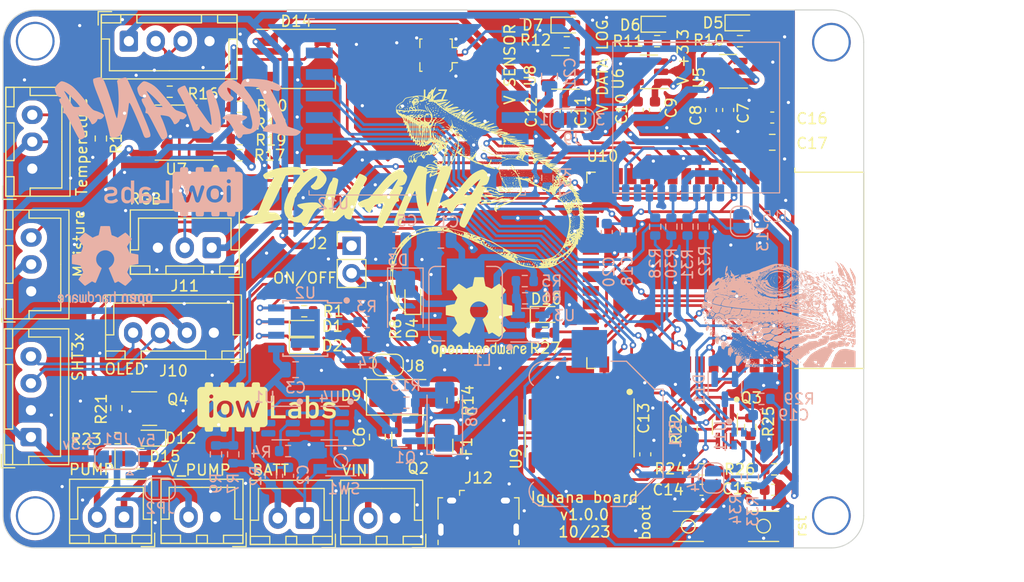
<source format=kicad_pcb>
(kicad_pcb (version 20221018) (generator pcbnew)
  (layers (0 "F.Cu" signal) (31 "B.Cu" signal) (34 "B.Paste" user) (35 "F.Paste" user) (36 "B.SilkS" user "B.Silkscreen") (37 "F.SilkS" user "F.Silkscreen") (38 "B.Mask" user) (39 "F.Mask" user) (44 "Edge.Cuts" user))
  (net 0 "")
  (net 1 "Net-(BT1-+)")
  (net 2 "GND")
  (net 3 "/V1")
  (net 4 "Net-(U1-VCC)")
  (net 5 "/BAT-")
  (net 6 "/BAT+")
  (net 7 "/V_USB")
  (net 8 "/Vo_DCDC")
  (net 9 "+5V")
  (net 10 "+3V3")
  (net 11 "/VDL_3V3")
  (net 12 "/VS_3V3")
  (net 13 "/IO0")
  (net 14 "/RESET")
  (net 15 "Net-(D11-K)")
  (net 16 "Net-(D1-K)")
  (net 17 "Net-(D1-A)")
  (net 18 "Net-(D2-K)")
  (net 19 "/SW_5V")
  (net 20 "/Vin_main")
  (net 21 "Net-(D5-A)")
  (net 22 "Net-(D6-A)")
  (net 23 "Net-(D7-A)")
  (net 24 "/VIN_5V")
  (net 25 "Net-(D10-A)")
  (net 26 "/V_in")
  (net 27 "Net-(D4-A)")
  (net 28 "Net-(J12-D-)")
  (net 29 "Net-(J12-D+)")
  (net 31 "/EVI")
  (net 33 "/Dat3")
  (net 35 "Net-(J15-CMD)")
  (net 36 "Net-(J15-CLK)")
  (net 37 "Net-(J15-Dat0)")
  (net 38 "/C{slash}D")
  (net 40 "/RGB")
  (net 41 "/SENS_M")
  (net 42 "/SCL")
  (net 43 "/SDA")
  (net 44 "/Data_A")
  (net 45 "/Data_B")
  (net 46 "/SENS_TEMP")
  (net 47 "Net-(J17-In)")
  (net 48 "/V_EN")
  (net 49 "/RST#")
  (net 50 "Net-(Q3B-B1)")
  (net 51 "/DTR#")
  (net 52 "Net-(Q3A-B1)")
  (net 53 "Net-(U2-PROG)")
  (net 54 "/CS")
  (net 55 "/FB_5V")
  (net 56 "/BAT_LVL")
  (net 59 "/IO2")
  (net 60 "/RS485_TX")
  (net 61 "/RS485_EN")
  (net 62 "/RS485_RX")
  (net 63 "/SPI1_MISO")
  (net 64 "/INT")
  (net 65 "/OD")
  (net 66 "/OC")
  (net 74 "/RX")
  (net 75 "/TX")
  (net 83 "/SPI1_CLK")
  (net 84 "/SPI1_MOSI")
  (net 85 "/SD_CS")
  (net 86 "/LORA_RST")
  (net 87 "/LORA_D0")
  (net 88 "/LORA_D1")
  (net 98 "/SPI2_CLK")
  (net 102 "/PUMP")
  (net 103 "/LORA_CS")
  (net 104 "/PUMP_OUT-")
  (net 105 "Net-(D12-A)")
  (net 106 "/PUMP_IN+")
  (net 107 "/PUMP_OUT+")
  (net 108 "/EN_VDS{slash}S")
  (footprint "LED_SMD:LED_0603_1608Metric" (layer "F.Cu") (at 108.10381 61.2)
    (fp_text reference "D2")
    (fp_text value "LED")
  )
  (footprint "LED_SMD:LED_0603_1608Metric" (layer "F.Cu") (at 132.425 31.4)
    (fp_text reference "D7")
    (fp_text value "LED")
  )
  (footprint "Resistor_SMD:R_0603_1608Metric" (layer "F.Cu") (at 90.6375 69.8)
    (fp_text reference "R23")
    (fp_text value "1k")
  )
  (footprint "Package_SO:SOIC-16_3.9x9.9mm_P1.27mm" (layer "F.Cu") (at 133.6 69.6 -90)
    (fp_text reference "U9")
    (fp_text value "CH340C")
  )
  (footprint "Diode_SMD:D_SMA" (layer "F.Cu") (at 117.3 66)
    (fp_text reference "D9")
    (fp_text value "D_Schottky")
  )
  (footprint "Resistor_SMD:R_0603_1608Metric" (layer "F.Cu") (at 144 68.95 90)
    (fp_text reference "R22")
    (fp_text value "10K")
  )
  (footprint "Diode_SMD:D_0805_2012Metric" (layer "F.Cu") (at 92.1 71.7)
    (fp_text reference "D15")
    (fp_text value "CD4148W")
  )
  (footprint "Package_TO_SOT_SMD:SOT-23" (layer "F.Cu") (at 93.6375 67.05)
    (fp_text reference "Q4")
    (fp_text value "BSS138")
  )
  (footprint "Connector_PinHeader_2.54mm:PinHeader_1x02_P2.54mm_Vertical" (layer "F.Cu") (at 112.4 51.925)
    (fp_text reference "J2")
    (fp_text value "HDR-2x1")
  )
  (footprint "Connector_USB:USB_Micro-B_Amphenol_10118194_Horizontal" (layer "F.Cu") (at 124.2 77)
    (fp_text reference "J12")
    (fp_text value "USB_B_Micro")
  )
  (footprint "Resistor_SMD:R_0603_1608Metric" (layer "F.Cu") (at 89.1 41.95 -90)
    (fp_text reference "R15")
    (fp_text value "4.7K")
  )
  (footprint "Capacitor_SMD:C_0603_1608Metric" (layer "F.Cu") (at 140.6 39.3 -90)
    (fp_text reference "C9")
    (fp_text value "1u")
  )
  (footprint "Resistor_SMD:R_0603_1608Metric" (layer "F.Cu") (at 149.45 68.75 90)
    (fp_text reference "R25")
    (fp_text value "10K")
  )
  (footprint "Capacitor_SMD:C_0603_1608Metric" (layer "F.Cu") (at 151.5 40)
    (fp_text reference "C16")
    (fp_text value "100n")
  )
  (footprint "Package_TO_SOT_SMD:SOT-363_SC-70-6_Handsoldering" (layer "F.Cu") (at 147.1 68.72 -90)
    (fp_text reference "Q3")
    (fp_text value "Q_Dual_NPN_NPN_BRT_E1B1C2E2B2C1")
  )
  (footprint "Resistor_SMD:R_0603_1608Metric" (layer "F.Cu") (at 102 43.5 180)
    (fp_text reference "R17")
    (fp_text value "10k")
  )
  (footprint "Package_TO_SOT_SMD:SOT-23-5" (layer "F.Cu") (at 140.0375 35.75 180)
    (fp_text reference "U6")
    (fp_text value "AP2112K-3.3")
  )
  (footprint "Capacitor_SMD:C_0805_2012Metric" (layer "F.Cu") (at 151.5 42.3)
    (fp_text reference "C17")
    (fp_text value "10u")
  )
  (footprint "LED_SMD:LED_0603_1608Metric" (layer "F.Cu") (at 108.10381 59.6)
    (fp_text reference "D1")
    (fp_text value "LED")
  )
  (footprint "LED_SMD:LED_0603_1608Metric" (layer "F.Cu") (at 140.8 31.325)
    (fp_text reference "D6")
    (fp_text value "LED")
  )
  (footprint "Package_TO_SOT_SMD:SOT-23-5" (layer "F.Cu") (at 147.4 35.7 180)
    (fp_text reference "U5")
    (fp_text value "AP2112K-3.3")
  )
  (footprint "Package_TO_SOT_SMD:SOT-23-5" (layer "F.Cu") (at 131.8 35.8 180)
    (fp_text reference "U8")
    (fp_text value "AP2112K-3.3")
  )
  (footprint "Capacitor_SMD:C_0603_1608Metric" (layer "F.Cu") (at 132.3 39.4 -90)
    (fp_text reference "C11")
    (fp_text value "1u")
  )
  (footprint "Connector_JST:JST_XH_B2B-XH-A_1x02_P2.50mm_Vertical" (layer "F.Cu") (at 99.75 77.125 180)
    (fp_text reference "J18" hide)
    (fp_text value "IN" hide)
  )
  (footprint "Resistor_SMD:R_0603_1608Metric" (layer "F.Cu") (at 132.4 33 180)
    (fp_text reference "R12")
    (fp_text value "1k")
  )
  (footprint "IoWLabs:SMD_SWITCH" (layer "F.Cu") (at 143.7 78)
    (fp_text reference "SW2" hide)
    (fp_text value "SW_DIP_x02" hide)
  )
  (footprint "Resistor_SMD:R_0603_1608Metric" (layer "F.Cu") (at 116.25 56.8 90)
    (fp_text reference "R8")
    (fp_text value "470")
  )
  (footprint "Capacitor_SMD:C_0603_1608Metric" (layer "F.Cu") (at 147.4 39.3 -90)
    (fp_text reference "C7")
    (fp_text value "1u")
  )
  (footprint "LED_SMD:LED_0603_1608Metric" (layer "F.Cu") (at 130.5 58.3)
    (fp_text reference "D10")
    (fp_text value "LED")
  )
  (footprint "Capacitor_SMD:C_0603_1608Metric" (layer "F.Cu") (at 139.7 71.3 90)
    (fp_text reference "C13")
    (fp_text value "100n")
  )
  (footprint "RF_Module:ESP32-WROOM-32" (layer "F.Cu") (at 144.15 54.2 -90)
    (fp_text reference "U10")
    (fp_text value "ESP32-WROOM-32D")
  )
  (footprint "LED_SMD:LED_0603_1608Metric" (layer "F.Cu") (at 118.1 56.8125 90)
    (fp_text reference "D4")
    (fp_text value "LED")
  )
  (footprint "Resistor_SMD:R_0603_1608Metric" (layer "F.Cu") (at 90.5375 67 -90)
    (fp_text reference "R21")
    (fp_text value "10k")
  )
  (footprint "Connector_JST:JST_XH_B4B-XH-A_1x04_P2.50mm_Vertical" (layer "F.Cu") (at 91.7 32.9)
    (fp_text reference "J7" hide)
    (fp_text value "NPK/H Sensor" hide)
  )
  (footprint "Connector_JST:JST_XH_B3B-XH-A_1x03_P2.50mm_Vertical" (layer "F.Cu") (at 99.4 52.1 180)
    (fp_text reference "J11")
    (fp_text value "rgb led")
  )
  (footprint "Connector_JST:JST_XH_B3B-XH-A_1x03_P2.50mm_Vertical" (layer "F.Cu") (at 82.725 44.75 90)
    (fp_text reference "J5" hide)
    (fp_text value "ds18b20" hide)
  )
  (footprint "Resistor_SMD:R_0603_1608Metric" (layer "F.Cu") (at 144.925 72.7 180)
    (fp_text reference "R24")
    (fp_text value "10K")
  )
  (footprint "IoWLabsLogos:iguana_20mm" (layer "F.Cu") (at 125.98727 47.700382)
    (fp_text reference "G***" hide)
    (fp_text value "LOGO" hide)
  )
  (footprint "Capacitor_SMD:C_0603_1608Metric" (layer "F.Cu") (at 130.7 39.4 -90)
    (fp_text reference "C12")
    (fp_text value "1u")
  )
  (footprint "IoWLabsLogos:iguana_logo" (layer "F.Cu") (at 113.672649 47.501774)
    (fp_text reference "G***" hide)
    (fp_text value "LOGO" hide)
  )
  (footprint "Capacitor_SMD:C_0603_1608Metric" (layer "F.Cu") (at 145.8 39.3 -90)
    (fp_text reference "C8")
    (fp_text value "1u")
  )
  (footprint "Resistor_SMD:R_0603_1608Metric" (layer "F.Cu") (at 130.375 60 180)
    (fp_text reference "R27")
    (fp_text value "330")
  )
  (footprint "Connector_JST:JST_XH_B3B-XH-A_1x03_P2.50mm_Vertical" (layer "F.Cu") (at 82.625 56.15 90)
    (fp_text reference "J4" hide)
    (fp_text value "Cap. Moisture Sensor" hide)
  )
  (footprint "Fuse:Fuse_1206_3216Metric" (layer "F.Cu") (at 120.9 70.5 90)
    (fp_text reference "F1")
    (fp_text value "FUSE")
  )
  (footprint "Connector_JST:JST_XH_B4B-XH-A_1x04_P2.50mm_Vertical" (layer "F.Cu") (at 99.6 60 180)
    (fp_text reference "J10")
    (fp_text value "OLED")
  )
  (footprint "LED_SMD:LED_0603_1608Metric" (layer "F.Cu") (at 148.6 31.2)
    (fp_text reference "D5")
    (fp_text value "LED")
  )
  (footprint "Resistor_SMD:R_0603_1608Metric" (layer "F.Cu") (at 108.00381 58)
    (fp_text reference "R1")
    (fp_text value "1k")
  )
  (footprint "Symbol:OSHW-Logo2_9.8x8mm_SilkScreen" (layer "F.Cu") (at 124.25 58.55)
    (fp_text reference "REF**" hide)
    (fp_text value "OSHW-Logo2_9.8x8mm_SilkScreen" hide)
  )
  (footprint "Resistor_SMD:R_0603_1608Metric" (layer "F.Cu") (at 95.5 37.6 180)
    (fp_text reference "R16")
    (fp_text value "120")
  )
  (footprint "Capacitor_SMD:C_0603_1608Metric" (layer "F.Cu") (at 139 39.3 -90)
    (fp_text reference "C10")
    (fp_text value "1u")
  )
  (footprint "Connector_JST:JST_XH_B2B-XH-A_1x02_P2.50mm_Vertical" (layer "F.Cu") (at 91.25 77.125 180)
    (fp_text reference "J19" hide)
    (fp_text value "IN" hide)
  )
  (footprint "Connector_JST:JST_XH_B2B-XH-A_1x02_P2.50mm_Vertical" (layer "F.Cu") (at 108.05 77.225 180)
    (fp_text reference "J1" hide)
    (fp_text value "BAT" hide)
  )
  (footprint "Capacitor_SMD:C_0805_2012Metric" (layer "F.Cu") (at 114.8 69.7 90)
    (fp_text reference "C6")
    (fp_text value "4.7u")
  )
  (footprint "Resistor_SMD:R_0603_1608Metric" (layer "F.Cu") (at 102 39 180)
    (fp_text reference "R20")
    (fp_text value "10k")
  )
  (footprint "Capacitor_SMD:C_0603_1608Metric" (layer "F.Cu") (at 144.925 74.6)
    (fp_text reference "C14")
    (fp_text value "100n")
  )
  (footprint "Jumper:SolderJumper-2_P1.3mm_Open_RoundedPad1.0x1.5mm" (layer "F.Cu") (at 115.8 63 180)
    (fp_text reference "J8")
    (fp_text value "ON OFF")
  )
  (footprint "Connector_JST:JST_XH_B2B-XH-A_1x02_P2.50mm_Vertical" (layer "F.Cu") (at 116.45 77.225 180)
    (fp_text reference "J3" hide)
    (fp_text value "IN" hide)
  )
  (footprint "Resistor_SMD:R_0603_1608Metric" (layer "F.Cu") (at 121.8 66.3 -90)
    (fp_text reference "R14")
    (fp_text value "10K")
  )
  (footprint "Resistor_SMD:R_0603_1608Metric" (layer "F.Cu") (at 102 42 180)
    (fp_text reference "R19")
    (fp_text value "10k")
  )
  (footprint "LED_SMD:LED_WS2812B_PLCC4_5.0x5.0mm_P3.2mm" (layer "F.Cu") (at 107.25 34.55)
    (fp_text reference "D14")
    (fp_text value "WS2812B" hide)
  )
  (footprint "IoWLabsLogos:IoWLabs_logo_13mm" (layer "F.Cu") (at 104.571659 66.9)
    (fp_text reference "G***" hide)
    (fp_text value "LOGO" hide)
  )
  (footprint "Connector_Coaxial:U.FL_Molex_MCRF_73412-0110_Vertical" (layer "F.Cu") (at 120.25 34.2 90)
    (fp_text reference "J17")
    (fp_text value "Conn_Coaxial")
  )
  (footprint "Resistor_SMD:R_0603_1608Metric" (layer "F.Cu") (at 102 40.5 180)
    (fp_text reference "R18")
    (fp_text value "10k")
  )
  (footprint "Resistor_SMD:R_0603_1608Metric" (layer "F.Cu") (at 148.5 32.9)
    (fp_text reference "R10")
    (fp_text value "1k")
  )
  (footprint "Capacitor_SMD:C_0603_1608Metric" (layer "F.Cu") (at 151.575 74.6)
    (fp_text reference "C15")
    (fp_text value "100n")
  )
  (footprint "Resistor_SMD:R_0603_1608Metric" (layer "F.Cu") (at 140.8 32.9)
    (fp_text reference "R11")
    (fp_text value "1k")
  )
  (footprint "IoWLabs:SMD_SWITCH" (layer "F.Cu") (at 150.7 78)
    (fp_text reference "SW3" hide)
    (fp_text value "SW_DIP_x02" hide)
  )
  (footprint "Connector_JST:JST_XH_B4B-XH-A_1x04_P2.50mm_Vertical" (layer "F.Cu") (at 82.6 69.7 90)
    (fp_text reference "J6" hide)
    (fp_text value "SHT31" hide)
  )
  (footprint "LED_SMD:LED_0603_1608Metric" (layer "F.Cu") (at 93.6375 69.8 180)
    (fp_text reference "D12")
    (fp_text value "LED")
  )
  (footprint "Package_TO_SOT_SMD:SOT-23" (layer "F.Cu") (at 117.7 69.9 -90)
    (fp_text reference "Q2")
    (fp_text value "Q_PMOS_GSD")
  )
  (footprint "Resistor_SMD:R_0603_1608Metric" (layer "F.Cu") (at 151.675 72.7 180)
    (fp_text reference "R26")
    (fp_text value "10K")
  )
  (footprint "Package_SO:SOP-8_3.9x4.9mm_P1.27mm" (layer "F.Cu") (at 96.1 41.4 180)
    (fp_text reference "U7")
    (fp_text value "MAX3485")
  )
  (footprint "Resistor_SMD:R_0603_1608Metric" (layer "B.Cu") (at 145.12 50.14 90)
    (fp_text reference "R32")
    (fp_text value "3.3k")
  )
  (footprint "Resistor_SMD:R_0603_1608Metric" (layer "B.Cu") (at 143.62 50.14 90)
    (fp_text reference "R31")
    (fp_text value "3.3k")
  )
  (footprint "Resistor_SMD:R_0603_1608Metric" (layer "B.Cu") (at 128.5 55.2 180)
    (fp_text reference "R5")
    (fp_text value "7K5")
  )
  (footprint "IoWLabsConnectors:microSD_push_push" (layer "B.Cu") (at 144.43 47)
    (fp_text reference "J15")
    (fp_text value "~")
  )
  (footprint "Resistor_SMD:R_0603_1608Metric" (layer "B.Cu") (at 101.4 71.3 -90)
    (fp_text reference "R7")
    (fp_text value "12K")
  )
  (footprint "Resistor_SMD:R_0603_1608Metric" (layer "B.Cu") (at 106.5 71 180)
    (fp_text reference "R4")
    (fp_text value "1K")
  )
  (footprint "IoWLabsLogos:iguana_logo" (layer "B.Cu") (at 96.377352 39.301774 180)
    (fp_text reference "G***" hide)
    (fp_text value "LOGO" hide)
  )
  (footprint "Jumper:SolderJumper-3_P1.3mm_Open_RoundedPad1.0x1.5mm" (layer "B.Cu") (at 90.6 71.7 180)
    (fp_text reference "JP1")
    (fp_text value "SolderJumper_3_Open")
  )
  (footprint "IoWLabs:TP4056_SOP-8-PP" (layer "B.Cu") (at 108.1 59.6 180)
    (fp_text reference "U2")
    (fp_text value "TP4056")
  )
  (footprint "Resistor_SMD:R_0603_1608Metric" (layer "B.Cu") (at 130.6 45.6 -90)
    (fp_text reference "R37")
    (fp_text value "10k")
  )
  (footprint "Resistor_SMD:R_0603_1608Metric" (layer "B.Cu") (at 150.5 66.15)
    (fp_text reference "R29")
    (fp_text value "3.3k")
  )
  (footprint "Resistor_SMD:R_0603_1608Metric" (layer "B.Cu") (at 149.7 73.4 90)
    (fp_text reference "R33")
    (fp_text value "100k")
  )
  (footprint "Capacitor_SMD:C_0603_1608Metric" (layer "B.Cu") (at 150.5 67.65)
    (fp_text reference "C19")
    (fp_text value "10n")
  )
  (footprint "Capacitor_SMD:C_0603_1608Metric" (layer "B.Cu") (at 136.12 50.64 -90)
    (fp_text reference "C20")
    (fp_text value "100n")
  )
  (footprint "Jumper:SolderJumper-2_P1.3mm_Open_RoundedPad1.0x1.5mm" (layer "B.Cu") (at 94.6 74.5)
    (fp_text reference "JP2")
    (fp_text value "SolderJumper_2_Open")
  )
  (footprint "Resistor_SMD:R_0603_1608Metric" (layer "B.Cu") (at 99.8 71.3 -90)
    (fp_text reference "R9")
    (fp_text value "30K")
  )
  (footprint "Jumper:SolderJumper-2_P1.3mm_Open_RoundedPad1.0x1.5mm" (layer "B.Cu") (at 148.62 49.64 -90)
    (fp_text reference "J13")
    (fp_text value "HDR-2x1")
  )
  (footprint "RF_Module:HOPERF_RFM69HW" (layer "B.Cu") (at 118.5 39)
    (fp_text reference "U12")
    (fp_text value "RFM95W-915S2")
  )
  (footprint "Capacitor_SMD:C_0805_2012Metric" (layer "B.Cu") (at 130.8 36.15 -90)
    (fp_text reference "C21")
    (fp_text value "4.7u")
  )
  (footprint "IoWLabsLogos:IoWLabs_logo_13mm" (layer "B.Cu") (at 95.778341 46.9 180)
    (fp_text reference "G***" hide)
    (fp_text value "LOGO" hide)
  )
  (footprint "Capacitor_SMD:C_0603_1608Metric" (layer "B.Cu") (at 106.5 73.3 -90)
    (fp_text reference "C2")
    (fp_text value "100n")
  )
  (footprint "Capacitor_SMD:C_0805_2012Metric" (layer "B.Cu") (at 138.12 50.64 -90)
    (fp_text reference "C18")
    (fp_text value "10u")
  )
  (footprint "Package_TO_SOT_SMD:SOT-23-6" (layer "B.Cu") (at 110.3625 68.4 180)
    (fp_text reference "U4")
    (fp_text value "FS8205A")
  )
  (footprint "Jumper:SolderJumper-3_P1.3mm_Open_RoundedPad1.0x1.5mm_NumberLabels" (layer "B.Cu") (at 132.9 40.2)
    (fp_text reference "J9")
    (fp_text value "HDR-3x1")
  )
  (footprint "Resistor_SMD:R_0603_1608Metric" (layer "B.Cu") (at 104.9 73.3 90)
    (fp_text reference "R2")
    (fp_text value "100")
  )
  (footprint "Resistor_SMD:R_0603_1608Metric" (layer "B.Cu") (at 148.1 73.4 90)
    (fp_text reference "R34")
    (fp_text value "100k")
  )
  (footprint "Jumper:SolderJumper-2_P1.3mm_Open_RoundedPad1.0x1.5mm" (layer "B.Cu") (at 146 73.5 -90)
    (fp_text reference "J14")
    (fp_text value "Conn_01x02")
  )
  (footprint "Package_TO_SOT_SMD:SOT-23" (layer "B.Cu") (at 147.1 65.25 -90)
    (fp_text reference "D11")
    (fp_text value "BAS70-05")
  )
  (footprint "Diode_SMD:D_SMA" (layer "B.Cu") (at 121.0625 67.8 90)
    (fp_text reference "D8")
    (fp_text value "D_Schottky")
  )
  (footprint "Battery:BatteryHolder_Keystone_3000_1x12mm" (layer "B.Cu") (at 134.5 69.4 90)
    (fp_text reference "BT1")
    (fp_text value "Battery_Cell")
  )
  (footprint "Resistor_SMD:R_0603_1608Metric" (layer "B.Cu") (at 140.62 50.14 90)
    (fp_text reference "R28")
    (fp_text value "3.3k")
  )
  (footprint "IoWLabs:SMD_SWITCH" (layer "B.Cu") (at 111.4 71.9)
    (fp_text reference "SW1")
    (fp_text value "SW_DIP_x02")
  )
  (footprint "Capacitor_SMD:C_0805_2012Metric" (layer "B.Cu") (at 107.2 63.435)
    (fp_text reference "C3")
    (fp_text value "10u")
  )
  (footprint "IoWLabs:SON-8" (layer "B.Cu") (at 149.3 69.85 -90)
    (fp_text reference "U11")
    (fp_text value "RV-8803")
  )
  (footprint "Capacitor_SMD:C_0805_2012Metric" (layer "B.Cu") (at 116.5 51.4 180)
    (fp_text reference "C5")
    (fp_text value "22u")
  )
  (footprint "Capacitor_SMD:C_0805_2012Metric" (layer "B.Cu") (at 113.8 61.1)
    (fp_text reference "C4")
    (fp_text value "10u")
  )
  (footprint "Symbol:OSHW-Logo2_9.8x8mm_SilkScreen" (layer "B.Cu") (at 89.5 53.8 180)
    (fp_text reference "REF**" hide)
    (fp_text value "OSHW-Logo2_9.8x8mm_SilkScreen" hide)
  )
  (footprint "IoWLabsLogos:iguana_15mm" (layer "B.Cu") (at 151.74035 57.584044 180)
    (fp_text reference "G***" hide)
    (fp_text value "LOGO" hide)
  )
  (footprint "Package_TO_SOT_SMD:SOT-23-6" (layer "B.Cu") (at 129 59.3)
    (fp_text reference "U3")
    (fp_text value "MT3608")
  )
  (footprint "Capacitor_SMD:C_0805_2012Metric" (layer "B.Cu") (at 120.7 51.4 180)
    (fp_text reference "C1")
    (fp_text value "22u")
  )
  (footprint "Package_TO_SOT_SMD:SOT-23-6" (layer "B.Cu") (at 105.8 68.4 180)
    (fp_text reference "U1")
    (fp_text value "DW01")
  )
  (footprint "Resistor_SMD:R_0603_1608Metric" (layer "B.Cu") (at 142.12 50.14 90)
    (fp_text reference "R30")
    (fp_text value "3.3k")
  )
  (footprint "Diode_SMD:D_SMA" (layer "B.Cu") (at 117.4 57.5 -90)
    (fp_text reference "D3")
    (fp_text value "D_Schottky")
  )
  (footprint "Resistor_SMD:R_0603_1608Metric" (layer "B.Cu") (at 128.525 56.8)
    (fp_text reference "R6")
    (fp_text value "1K")
  )
  (footprint "Inductor_SMD:L_Bourns_SRP7028A_7.3x6.6mm" (layer "B.Cu") (at 123 57.3 -90)
    (fp_text reference "L1")
    (fp_text value "22u")
  )
  (footprint "Resistor_SMD:R_0603_1608Metric" (layer "B.Cu") (at 113.8 59 180)
    (fp_text reference "R3")
    (fp_text value "1K2")
  )
  (footprint "Resistor_SMD:R_0603_1608Metric" (layer "B.Cu") (at 117.5 66.5 180)
    (fp_text reference "R13")
    (fp_text value "10K")
  )
  (footprint "Package_TO_SOT_SMD:SOT-23" (layer "B.Cu") (at 116.9 69.1 180)
    (fp_text reference "Q1")
    (fp_text value "Q_PMOS_GSD")
  )
  (gr_circle (center 147.5 68.25) (end 147.723607 68.25) (stroke (width 0.15)) (fill solid) (layer "B.SilkS"))
  (gr_circle (center 127.1 61.35) (end 127.323607 61.35) (stroke (width 0.15)) (fill solid) (layer "B.SilkS"))
  (gr_circle (center 112.3 66.4) (end 112.523607 66.4) (stroke (width 0.15)) (fill solid) (layer "B.SilkS"))
  (gr_circle (center 107.6 66.4) (end 107.823607 66.4) (stroke (width 0.15)) (fill solid) (layer "B.SilkS"))
  (gr_circle (center 111.95 57) (end 112.173607 57) (stroke (width 0.15)) (fill solid) (layer "B.SilkS"))
  (gr_circle (center 99.75 44.7) (end 99.973607 44.7) (stroke (width 0.15)) (fill solid) (layer "F.SilkS"))
  (gr_circle (center 148.2 66.2) (end 148.4 66.2) (stroke (width 0.15)) (fill solid) (layer "F.SilkS"))
  (gr_circle (center 138.25 65.5) (end 138.473607 65.5) (stroke (width 0.15)) (fill solid) (layer "F.SilkS"))
  (gr_arc locked (start 83 80) (mid 80.878679 79.121321) (end 80 77) (stroke (width 0.1)) (layer "Edge.Cuts"))
  (gr_line locked (start 80 33) (end 80 77) (stroke (width 0.1)) (layer "Edge.Cuts"))
  (gr_arc locked (start 160 77) (mid 159.121321 79.121321) (end 157 80) (stroke (width 0.1)) (layer "Edge.Cuts"))
  (gr_arc locked (start 157 30) (mid 159.121321 30.878679) (end 160 33) (stroke (width 0.1)) (layer "Edge.Cuts"))
  (gr_line locked (start 157 30) (end 83 30) (stroke (width 0.1)) (layer "Edge.Cuts"))
  (gr_arc locked (start 80 33) (mid 80.878679 30.878679) (end 83 30) (stroke (width 0.1)) (layer "Edge.Cuts"))
  (gr_line locked (start 160 77) (end 160 33) (stroke (width 0.1)) (layer "Edge.Cuts"))
  (gr_line locked (start 83 80) (end 157 80) (stroke (width 0.1)) (layer "Edge.Cuts"))
  (gr_text "3.3v" (at 88.755025 70.905025) (layer "B.SilkS") (effects (font (size 1 1)) (justify left bottom mirror)))
  (gr_text "5v" (at 94.3 70.6) (layer "B.SilkS") (effects (font (size 1 1)) (justify left bottom mirror)))
  (gr_text "V_PUMP" (at 95.25 73.35) (layer "F.SilkS") (effects (font (size 1 1)) (justify left bottom)))
  (gr_text "PUMP" (at 86.05 73.3) (layer "F.SilkS") (effects (font (size 1 1)) (justify left bottom)))
  (gr_text "SHT3x" (at 87.55 64.6 90) (layer "F.SilkS") (effects (font (size 1 1)) (justify left bottom)))
  (gr_text "V SENSOR" (at 127.7 38.9 90) (layer "F.SilkS") (effects (font (size 1 1)) (justify left bottom)))
  (gr_text "V DATA LOG" (at 136.3 39.7 90) (layer "F.SilkS") (effects (font (size 1 1)) (justify left bottom)))
  (gr_text "OLED" (at 89.35 63.95) (layer "F.SilkS") (effects (font (size 1 1)) (justify left bottom)))
  (gr_text "RGB" (at 91.65 48.15) (layer "F.SilkS") (effects (font (size 1 1)) (justify left bottom)))
  (gr_text "Moisture" (at 87.65 54.95 90) (layer "F.SilkS") (effects (font (size 1 1)) (justify left bottom)))
  (gr_text "ON/OFF" (at 105 55.5) (layer "F.SilkS") (effects (font (size 1 1)) (justify left bottom)))
  (gr_text "rst" (at 154.75 79.1 90) (layer "F.SilkS") (effects (font (size 1 1)) (justify left bottom)))
  (gr_text "Temperature" (at 87.9 47.4 90) (layer "F.SilkS") (effects (font (size 1 1)) (justify left bottom)))
  (gr_text "V +3.3" (at 143.8 37.1 90) (layer "F.SilkS") (effects (font (size 1 1)) (justify left bottom)))
  (gr_text "BATT" (at 103.1 73.35) (layer "F.SilkS") (effects (font (size 1 1)) (justify left bottom)))
  (gr_text "Iguana board\nv1.0.0\n10/23" (at 134.05 79.1) (layer "F.SilkS") (effects (font (size 1 1)) (justify bottom)))
  (gr_text "VIN\n" (at 111.4 73.4) (layer "F.SilkS") (effects (font (size 1 1)) (justify left bottom)))
  (gr_text "boot" (at 140.25 79.4 90) (layer "F.SilkS") (effects (font (size 1 1)) (justify left bottom)))
  (via (at 157 77) (size 3.6) (drill 3.2) (layers "F.Cu" "B.Cu") (net 0))
  (via (at 83 32.9) (size 3.6) (drill 3.2) (layers "F.Cu" "B.Cu") (net 0))
  (via (at 157 33) (size 3.6) (drill 3.2) (layers "F.Cu" "B.Cu") (net 0))
  (via (at 83 77) (size 3.6) (drill 3.2) (layers "F.Cu" "B.Cu") (net 0))
  (segment (start 147.1 74.75) (end 142.15 79.7) (width 0.254) (layer "B.Cu") (net 1))
  (segment (start 142.15 79.7) (end 136.9 79.7) (width 0.254) (layer "B.Cu") (net 1))
  (segment (start 134.5 61.5) (end 132 61.5) (width 0.254) (layer "B.Cu") (net 1))
  (segment (start 128.5 65) (end 128.5 72.5) (width 0.254) (layer "B.Cu") (net 1))
  (segment (start 152.15 71.6) (end 150.35 73.4) (width 0.254) (layer "B.Cu") (net 1))
  (segment (start 133.3 77.3) (end 134.5 77.3) (width 0.254) (layer "B.Cu") (net 1))
  (segment (start 132 61.5) (end 128.5 65) (width 0.254) (layer "B.Cu") (net 1))
  (segment (start 151.325 66.15) (end 152.15 66.975) (width 0.254) (layer "B.Cu") (net 1))
  (segment (start 152.15 66.975) (end 152.15 71.6) (width 0.254) (layer "B.Cu") (net 1))
  (segment (start 147.1 74.004709) (end 147.1 74.75) (width 0.254) (layer "B.Cu") (net 1))
  (segment (start 147.704709 73.4) (end 147.1 74.004709) (width 0.254) (layer "B.Cu") (net 1))
  (segment (start 128.5 72.5) (end 133.3 77.3) (width 0.254) (layer "B.Cu") (net 1))
  (segment (start 150.35 73.4) (end 147.704709 73.4) (width 0.254) (layer "B.Cu") (net 1))
  (segment (start 136.9 79.7) (end 134.5 77.3) (width 0.254) (layer "B.Cu") (net 1))
  (segment (start 134.9848 48.1452) (end 136.93336 48.1452) (width 0.6096) (layer "F.Cu") (net 2))
  (segment (start 145.7 74.6) (end 145.7 74.8265) (width 0.6096) (layer "F.Cu") (net 2))
  (segment (start 139.975 70.525) (end 140.5 70) (width 0.6096) (layer "F.Cu") (net 2))
  (segment (start 145.7 74.8265) (end 147 76.1265) (width 0.6096) (layer "F.Cu") (net 2))
  (segment (start 134.64 48.49) (end 134.9848 48.1452) (width 0.6096) (layer "F.Cu") (net 2))
  (segment (start 139.7 70.525) (end 139.975 70.525) (width 0.6096) (layer "F.Cu") (net 2))
  (segment (start 138.696571 49.908411) (end 139.408411 49.908411) (width 0.6096) (layer "F.Cu") (net 2))
  (segment (start 136.93336 48.1452) (end 138.696571 49.908411) (width 0.6096) (layer "F.Cu") (net 2))
  (segment (start 152.35 75.5) (end 152.95 76.1) (width 0.6096) (layer "F.Cu") (net 2))
  (segment (start 152.35 74.6) (end 152.35 75.5) (width 0.6096) (layer "F.Cu") (net 2))
  (via (at 100.05 68.55) (size 0.6) (drill 0.3) (layers "F.Cu" "B.Cu") (net 2))
  (via (at 93.3 63.1) (size 0.6) (drill 0.3) (layers "F.Cu" "B.Cu") (net 2))
  (via (at 134.5 45.15) (size 0.6) (drill 0.3) (layers "F.Cu" "B.Cu") (net 2))
  (via (at 128.45 76.55) (size 0.6) (drill 0.3) (layers "F.Cu" "B.Cu") (net 2))
  (via (at 124.8 40.35) (size 0.6) (drill 0.3) (layers "F.Cu" "B.Cu") (net 2))
  (via (at 96.85 57.3) (size 0.6) (drill 0.3) (layers "F.Cu" "B.Cu") (net 2))
  (via (at 132.65 57.4) (size 0.6) (drill 0.3) (layers "F.Cu" "B.Cu") (net 2))
  (via (at 87.4 75.55) (size 0.6) (drill 0.3) (layers "F.Cu" "B.Cu") (net 2))
  (via (at 102.05 32.25) (size 0.6) (drill 0.3) (layers "F.Cu" "B.Cu") (net 2))
  (via (at 142.45 75.45) (size 0.6) (drill 0.3) (layers "F.Cu" "B.Cu") (net 2))
  (via (at 88.35 43.7) (size 0.6) (drill 0.3) (layers "F.Cu" "B.Cu") (net 2))
  (via (at 151.05 68.25) (size 0.6) (drill 0.3) (layers "F.Cu" "B.Cu") (net 2))
  (via (at 122.55 68.1) (size 0.6) (drill 0.3) (layers "F.Cu" "B.Cu") (net 2))
  (via (at 143.25 43.8) (size 0.6) (drill 0.3) (layers "F.Cu" "B.Cu") (net 2))
  (via (at 118.9 71.25) (size 0.6) (drill 0.3) (layers "F.Cu" "B.Cu") (net 2))
  (via (at 123.55 52.1) (size 0.6) (drill 0.3) (layers "F.Cu" "B.Cu") (net 2))
  (via (at 122.8 39.6) (size 0.6) (drill 0.3) (layers "F.Cu" "B.Cu") (net 2))
  (via (at 152.65 43.85) (size 0.6) (drill 0.3) (layers "F.Cu" "B.Cu") (net 2))
  (via (at 127.85 49.35) (size 0.6) (drill 0.3) (layers "F.Cu" "B.Cu") (net 2))
  (via (at 87.2 66.35) (size 0.6) (drill 0.3) (layers "F.Cu" "B.Cu") (net 2))
  (via (at 139.65 64.65) (size 0.6) (drill 0.3) (layers "F.Cu" "B.Cu") (net 2))
  (via (at 117.6 62.6) (size 0.6) (drill 0.3) (layers "F.Cu" "B.Cu") (net 2))
  (via (at 119.8 67.9) (size 0.6) (drill 0.3) (layers "F.Cu" "B.Cu") (net 2))
  (via (at 110.35 47.5) (size 0.6) (drill 0.3) (layers "F.Cu" "B.Cu") (net 2))
  (via (at 91.8 67.3) (size 0.6) (drill 0.3) (layers "F.Cu" "B.Cu") (net 2))
  (via (at 145.05 75.5) (size 0.6) (drill 0.3) (layers "F.Cu" "B.Cu") (net 2))
  (via (at 97.143268 40.747715) (size 0.6) (drill 0.3) (layers "F.Cu" "B.Cu") (net 2))
  (via (at 112.85 33.2) (size 0.6) (drill 0.3) (layers "F.Cu" "B.Cu") (net 2))
  (via (at 126.35 61.2) (size 0.6) (drill 0.3) (layers "F.Cu" "B.Cu") (net 2))
  (via (at 110.95 74.7) (size 0.6) (drill 0.3) (layers "F.Cu" "B.Cu") (net 2))
  (via (at 141.7 40.95) (size 0.6) (drill 0.3) (layers "F.Cu" "B.Cu") (net 2))
  (via (at 126.55 68.15) (size 0.6) (drill 0.3) (layers "F.Cu" "B.Cu") (net 2))
  (via (at 115.15 55.55) (size 0.6) (drill 0.3) (layers "F.Cu" "B.Cu") (net 2))
  (via (at 118.5 76) (size 0.6) (drill 0.3) (layers "F.Cu" "B.Cu") (net 2))
  (via (at 93.149112 38.004856) (size 0.6) (drill 0.3) (layers "F.Cu" "B.Cu") (net 2))
  (via (at 131.85 45.25) (size 0.6) (drill 0.3) (layers "F.Cu" "B.Cu") (net 2))
  (via (at 91.4 48.65) (size 0.6) (drill 0.3) (layers "F.Cu" "B.Cu") (net 2))
  (via (at 151.2 69.9) (size 0.6) (drill 0.3) (layers "F.Cu" "B.Cu") (net 2))
  (via (at 97.35 45.1) (size 0.6) (drill 0.3) (layers "F.Cu" "B.Cu") (net 2))
  (via (at 94.3 54.15) (size 0.6) (drill 0.3) (layers "F.Cu" "B.Cu") (net 2))
  (via (at 86.289504 45.629662) (size 0.6) (drill 0.3) (layers "F.Cu" "B.Cu") (net 2))
  (via (at 153 38.6) (size 0.6) (drill 0.3) (layers "F.Cu" "B.Cu") (net 2))
  (via (at 142.5 64.8) (size 0.6) (drill 0.3) (layers "F.Cu" "B.Cu") (net 2))
  (via (at 151.65 59.35) (size 0.6) (drill 0.3) (layers "F.Cu" "B.Cu") (net 2))
  (via (at 104.3 44.45) (size 0.6) (drill 0.3) (layers "F.Cu" "B.Cu") (net 2))
  (via (at 113.15 68.2) (size 0.6) (drill 0.3) (layers "F.Cu" "B.Cu") (net 2))
  (via (at 87.130871 31.451564) (size 0.6) (drill 0.3) (layers "F.Cu" "B.Cu") (net 2))
  (via (at 118.45 32.6) (size 0.6) (drill 0.3) (layers "F.Cu" "B.Cu") (net 2))
  (via (at 99.45 63.95) (size 0.6) (drill 0.3) (layers "F.Cu" "B.Cu") (net 2))
  (via (at 117.8 47.2) (size 0.6) (drill 0.3) (layers "F.Cu" "B.Cu") (net 2))
  (via (at 127.05 74.05) (size 0.6) (drill 0.3) (layers "F.Cu" "B.Cu") (net 2))
  (via (at 126.25 58.55) (size 0.6) (drill 0.3) (layers "F.Cu" "B.Cu") (net 2))
  (via (at 143.8 79) (size 0.6) (drill 0.3) (layers "F.Cu" "B.Cu") (net 2))
  (via (at 120.15 58.4) (size 0.6) (drill 0.3) (layers "F.Cu" "B.Cu") (net 2))
  (via (at 140.5 70) (size 0.6) (drill 0.3) (layers "F.Cu" "B.Cu") (net 2))
  (via (at 108.45 70.4) (size 0.6) (drill 0.3) (layers "F.Cu" "B.Cu") (net 2))
  (via (at 144.5 36.35) (size 0.6) (drill 0.3) (layers "F.Cu" "B.Cu") (net 2))
  (via (at 104.35 37.65) (size 0.6) (drill 0.3) (layers "F.Cu" "B.Cu") (net 2))
  (via (at 99.8 38.05) (size 0.6) (drill 0.3) (layers "F.Cu" "B.Cu") (net 2))
  (via (at 147.65 51.85) (size 0.6) (drill 0.3) (layers "F.Cu" "B.Cu") (net 2))
  (via (at 92.380133 36.071334) (size 0.6) (drill 0.3) (layers "F.Cu" "B.Cu") (net 2))
  (via (at 99.45 54.35) (size 0.6) (drill 0.3) (layers "F.Cu" "B.Cu") (net 2))
  (via (at 138.3 75.85) (size 0.6) (drill 0.3) (layers "F.Cu" "B.Cu") (net 2))
  (via (at 152.65 32.5) (size 0.6) (drill 0.3) (layers "F.Cu" "B.Cu") (net 2))
  (via (at 122.1 36.15) (size 0.6) (drill 0.3) (layers "F.Cu" "B.Cu") (net 2))
  (via (at 132.35 74.75) (size 0.6) (drill 0.3) (layers "F.Cu" "B.Cu") (net 2))
  (via (at 91.3 45.1) (size 0.6) (drill 0.3) (layers "F.Cu" "B.Cu") (net 2))
  (via (at 87.35 48.95) (size 0.6) (drill 0.3) (layers "F.Cu" "B.Cu") (net 2))
  (via (at 140.4 67) (size 0.6) (drill 0.3) (layers "F.Cu" "B.Cu") (net 2))
  (via (at 104.5 52.6) (size 0.6) (drill 0.3) (layers "F.Cu" "B.Cu") (net 2))
  (via (at 95.55 41.75) (size 0.6) (drill 0.3) (layers "F.Cu" "B.Cu") (net 2))
  (via (at 126.2 63.3) (size 0.6) (drill 0.3) (layers "F.Cu" "B.Cu") (net 2))
  (via (at 102.75 36.55) (size 0.6) (drill 0.3) (layers "F.Cu" "B.Cu") (net 2))
  (via (at 134.8 30.95) (size 0.6) (drill 0.3) (layers "F.Cu" "B.Cu") (net 2))
  (via (at 143.3 71.4) (size 0.6) (drill 0.3) (layers "F.Cu" "B.Cu") (net 2))
  (via (at 144.8 67.2) (size 0.6) (drill 0.3) (layers "F.Cu" "B.Cu") (net 2))
  (via (at 118.942018 53.196874) (size 0.6) (drill 0.3) (layers "F.Cu" "B.Cu") (net 2))
  (via (at 146.5 41.25) (size 0.6) (drill 0.3) (layers "F.Cu" "B.Cu") (net 2))
  (via (at 151.55 34.85) (size 0.6) (drill 0.3) (layers "F.Cu" "B.Cu") (net 2))
  (via (at 123.75 42.55) (size 0.6) (drill 0.3) (layers "F.Cu" "B.Cu") (net 2))
  (via (at 111.8 70.75) (size 0.6) (drill 0.3) (layers "F.Cu" "B.Cu") (net 2))
  (via (at 145.15 43.9) (size 0.6) (drill 0.3) (layers "F.Cu" "B.Cu") (net 2))
  (via (at 100.35 47.05) (size 0.6) (drill 0.3) (layers "F.Cu" "B.Cu") (net 2))
  (via (at 94.0735 35.6) (size 0.6) (drill 0.3) (layers "F.Cu" "B.Cu") (net 2))
  (via (at 113.4 43.95) (size 0.6) (drill 0.3) (layers "F.Cu" "B.Cu") (net 2))
  (via (at 136.1 30.7) (size 0.6) (drill 0.3) (layers "F.Cu" "B.Cu") (net 2))
  (via (at 107.35 39.95) (size 0.6) (drill 0.3) (layers "F.Cu" "B.Cu") (net 2))
  (via (at 87.4 60.6) (size 0.6) (drill 0.3) (layers "F.Cu" "B.Cu") (net 2))
  (via (at 117.135616 38.928712) (size 0.6) (drill 0.3) (layers "F.Cu" "B.Cu") (net 2))
  (via (at 85.5 74.3) (size 0.6) (drill 0.3) (layers "F.Cu" "B.Cu") (net 2))
  (via (at 89.55 46.7) (size 0.6) (drill 0.3) (layers "F.Cu" "B.Cu") (net 2))
  (via (at 120.2 46.75) (size 0.6) (drill 0.3) (layers "F.Cu" "B.Cu") (net 2))
  (via (at 129.55 45.9) (size 0.6) (drill 0.3) (layers "F.Cu" "B.Cu") (net 2))
  (via (at 91.3 39.6) (size 0.6) (drill 0.3) (layers "F.Cu" "B.Cu") (net 2))
  (via (at 94.15 77.65) (size 0.6) (drill 0.3) (layers "F.Cu" "B.Cu") (net 2))
  (via (at 94.55 72.9) (size 0.6) (drill 0.3) (layers "F.Cu" "B.Cu") (net 2))
  (via (at 140.45 44.05) (size 0.6) (drill 0.3) (layers "F.Cu" "B.Cu") (net 2))
  (via (at 121.05 63.45) (size 0.6) (drill 0.3) (layers "F.Cu" "B.Cu") (net 2))
  (via (at 152.95 76.1) (size 0.6) (drill 0.3) (layers "F.Cu" "B.Cu") (net 2))
  (via (at 152.75 47.7) (size 0.6) (drill 0.3) (layers "F.Cu" "B.Cu") (net 2))
  (via (at 118.9 78.95) (size 0.6) (drill 0.3) (layers "F.Cu" "B.Cu") (net 2))
  (via (at 136.85 52.5755) (size 0.6) (drill 0.3) (layers "F.Cu" "B.Cu") (net 2))
  (via (at 132.7 49.1265) (size 0.6) (drill 0.3) (layers "F.Cu" "B.Cu") (net 2))
  (via (at 102.55 74) (size 0.6) (drill 0.3) (layers "F.Cu" "B.Cu") (net 2))
  (via (at 137.4 35) (size 0.6) (drill 0.3) (layers "F.Cu" "B.Cu") (net 2))
  (via (at 98.6 35.35) (size 0.6) (drill 0.3) (layers "F.Cu" "B.Cu") (net 2))
  (via (at 119.792392 54.590571) (size 0.6) (drill 0.3) (layers "F.Cu" "B.Cu") (net 2))
  (via (at 113.45 57.15) (size 0.6) (drill 0.3) (layers "F.Cu" "B.Cu") (net 2))
  (via (at 114.6 46.25) (size 0.6) (drill 0.3) (layers "F.Cu" "B.Cu") (net 2))
  (via (at 107.35 43.25) (size 0.6) (drill 0.3) (layers "F.Cu" "B.Cu") (net 2))
  (via (at 147 76.1265) (size 0.6) (drill 0.3) (layers "F.Cu" "B.Cu") (net 2))
  (via (at 84.5 67.65) (size 0.6) (drill 0.3) (layers "F.Cu" "B.Cu") (net 2))
  (via (at 113.4 38.9) (size 0.6) (drill 0.3) (layers "F.Cu" "B.Cu") (net 2))
  (via (at 150.7 64.9) (size 0.6) (drill 0.3) (layers "F.Cu" "B.Cu") (net 2))
  (via (at 134.45 38.3) (size 0.6) (drill 0.3) (layers "F.Cu" "B.Cu") (net 2))
  (via (at 115.75 61.15) (size 0.6) (drill 0.3) (layers "F.Cu" "B.Cu") (net 2))
  (via (at 125.15 45.35) (size 0.6) (drill 0.3) (layers "F.Cu" "B.Cu") (net 2))
  (via (at 130 49.35) (size 0.6) (drill 0.3) (layers "F.Cu" "B.Cu") (net 2))
  (via (at 106.3 54.75) (size 0.6) (drill 0.3) (layers "F.Cu" "B.Cu") (net 2))
  (via (at 138.8 78.4) (size 0.6) (drill 0.3) (layers "F.Cu" "B.Cu") (net 2))
  (via (at 100.95 57.15) (size 0.6) (drill 0.3) (layers "F.Cu" "B.Cu") (net 2))
  (via (at 109.6 63.5) (size 0.6) (drill 0.3) (layers "F.Cu" "B.Cu") (net 2))
  (via (at 86.65 51.8) (size 0.6) (drill 0.3) (layers "F.Cu" "B.Cu") (net 2))
  (via (at 89 61.9) (size 0.6) (drill 0.3) (layers "F.Cu" "B.Cu") (net 2))
  (via (at 148.3 41.3) (size 0.6) (drill 0.3) (layers "F.Cu" "B.Cu") (net 2))
  (via (at 129.7 33.8) (size 0.6) (drill 0.3) (layers "F.Cu" "B.Cu") (net 2))
  (via (at 140.25 60.2) (size 0.6) (drill 0.3) (layers "F.Cu" "B.Cu") (net 2))
  (via (at 107.9 47.45) (size 0.6) (drill 0.3) (layers "F.Cu" "B.Cu") (net 2))
  (via (at 94 47.15) (size 0.6) (drill 0.3) (layers "F.Cu" "B.Cu") (net 2))
  (via (at 142.5 55.35) (size 0.6) (drill 0.3) (layers "F.Cu" "B.Cu") (net 2))
  (via (at 91.1 30.9) (size 0.6) (drill 0.3) (layers "F.Cu" "B.Cu") (net 2))
  (via (at 110.25 53.15) (size 0.6) (drill 0.3) (layers "F.Cu" "B.Cu") (net 2))
  (via (at 152 64.65) (size 0.6) (drill 0.3) (layers "F.Cu" "B.Cu") (net 2))
  (via (at 96.75 67.25) (size 0.6) (drill 0.3) (layers "F.Cu" "B.Cu") (net 2))
  (via (at 150.35 51.65) (size 0.6) (drill 0.3) (layers "F.Cu" "B.Cu") (net 2))
  (via (at 150.7 79.1) (size 0.6) (drill 0.3) (layers "F.Cu" "B.Cu") (net 2))
  (via (at 123.15 71.65) (size 0.6) (drill 0.3) (layers "F.Cu" "B.Cu") (net 2))
  (via (at 140.4 53.8) (size 0.6) (drill 0.3) (layers "F.Cu" "B.Cu") (net 2))
  (via (at 139.408411 49.908411) (size 0.6) (drill 0.3) (layers "F.Cu" "B.Cu") (net 2))
  (via (at 136 41.3) (size 0.6) (drill 0.3) (layers "F.Cu" "B.Cu") (net 2))
  (via (at 142.65 52.9) (size 0.6) (drill 0.3) (layers "F.Cu" "B.Cu") (net 2))
  (via (at 114.642916 53.175699) (size 0.6) (drill 0.3) (layers "F.Cu" "B.Cu") (net 2))
  (via (at 130.4 56) (size 0.6) (drill 0.3) (layers "F.Cu" "B.Cu") (net 2))
  (via (at 116.6 33.05) (size 0.6) (drill 0.3) (layers "F.Cu" "B.Cu") (net 2))
  (via (at 99.3 74.75) (size 0.6) (drill 0.3) (layers "F.Cu" "B.Cu") (net 2))
  (via (at 129.55 41.75) (size 0.6) (drill 0.3) (layers "F.Cu" "B.Cu") (net 2))
  (via (at 131.55 64.15) (size 0.6) (drill 0.3) (layers "F.Cu" "B.Cu") (net 2))
  (via (at 133.15 50.55) (size 0.6) (drill 0.3) (layers "F.Cu" "B.Cu") (net 2))
  (via (at 119.65 60.85) (size 0.6) (drill 0.3) (layers "F.Cu" "B.Cu") (net 2))
  (via (at 113.65 64.25) (size 0.6) (drill 0.3) (layers "F.Cu" "B.Cu") (net 2))
  (via (at 148.2 56.6) (size 0.6) (drill 0.3) (layers "F.Cu" "B.Cu") (net 2))
  (via (at 107.4 36.5) (size 0.6) (drill 0.3) (layers "F.Cu" "B.Cu") (net 2))
  (via (at 82 36.5) (size 0.6) (drill 0.3) (layers "F.Cu" "B.Cu") (net 2))
  (via (at 129.9 31.9) (size 0.6) (drill 0.3) (layers "F.Cu" "B.Cu") (net 2))
  (via (at 149.35 38.4) (size 0.6) (drill 0.3) (layers "F.Cu" "B.Cu") (net 2))
  (via (at 146.2 50.6) (size 0.6) (drill 0.3) (layers "F.Cu" "B.Cu") (net 2))
  (via (at 122.1 32.7) (size 0.6) (drill 0.3) (layers "F.Cu" "B.Cu") (net 2))
  (segment (start 138.12 51.59) (end 138.36 51.59) (width 0.25) (layer "B.Cu") (net 2))
  (segment (start 142.9 43.8) (end 143.25 43.8) (width 0.6096) (layer "B.Cu") (net 2))
  (segment (start 150.65 70.45) (end 150.65 69.25) (width 0.6096) (layer "B.Cu") (net 2))
  (segment (start 138.36 51.59) (end 138.36 51.14) (width 0.25) (layer "B.Cu") (net 2))
  (segment (start 141.18 47) (end 141.18 45.52) (width 0.6096) (layer "B.Cu") (net 2))
  (segment (start 151.05 70.05) (end 150.65 70.45) (width 0.6096) (layer "B.Cu") (net 2))
  (segment (start 129.35 56.8) (end 129.6 56.8) (width 0.6096) (layer "B.Cu") (net 2))
  (segment (start 141.18 45.52) (end 142.9 43.8) (width 0.6096) (layer "B.Cu") (net 2))
  (segment (start 127.8625 59.3) (end 127 59.3) (width 0.6096) (layer "B.Cu") (net 2))
  (segment (start 151.05 68.25) (end 151.05 70.05) (width 0.6096) (layer "B.Cu") (net 2))
  (segment (start 135.85 46.5) (end 134.5 45.15) (width 0.6096) (layer "B.Cu") (net 2))
  (segment (start 138.36 51.14) (end 139.408411 50.091589) (width 0.25) (layer "B.Cu") (net 2))
  (segment (start 127 59.3) (end 126.25 58.55) (width 0.6096) (layer "B.Cu") (net 2))
  (segment (start 129.6 56.8) (end 130.4 56) (width 0.6096) (layer "B.Cu") (net 2))
  (segment (start 136.68 46.5) (end 135.85 46.5) (width 0.6096) (layer "B.Cu") (net 2))
  (segment (start 139.408411 50.091589) (end 139.408411 49.908411) (width 0.25) (layer "B.Cu") (net 2))
  (segment (start 120.8125 70.05) (end 121.0625 69.8) (width 0.6096) (layer "B.Cu") (net 3))
  (segment (start 122.65 54.225) (end 123 54.575) (width 0.6096) (layer "B.Cu") (net 3))
  (segment (start 117.8375 70.05) (end 120.8125 70.05) (width 0.6096) (layer "B.Cu") (net 3))
  (segment (start 129.1904 52.9904) (end 131.4 55.2) (width 0.6096) (layer "B.Cu") (net 3))
  (segment (start 130.4 58.35) (end 131.4 57.35) (width 0.6096) (layer "B.Cu") (net 3))
  (segment (start 131.4 55.2) (end 131.4 57.35) (width 0.6096) (layer "B.Cu") (net 3))
  (segment (start 121.65 51.4) (end 122.65 52.4) (width 0.6096) (layer "B.Cu") (net 3))
  (segment (start 131.4 61) (end 122.6 69.8) (width 0.6096) (layer "B.Cu") (net 3))
  (segment (start 130.1375 59.3) (end 130.1375 58.35) (width 0.6096) (layer "B.Cu") (net 3))
  (segment (start 123 54.575) (end 124.5846 52.9904) (width 0.6096) (layer "B.Cu") (net 3))
  (segment (start 131.4 57.35) (end 131.4 61) (width 0.6096) (layer "B.Cu") (net 3))
  (segment (start 122.65 52.4) (end 122.65 54.225) (width 0.6096) (layer "B.Cu") (net 3))
  (segment (start 122.6 69.8) (end 121.0625 69.8) (width 0.6096) (layer "B.Cu") (net 3))
  (segment (start 130.1375 58.35) (end 130.4 58.35) (width 0.6096) (layer "B.Cu") (net 3))
  (segment (start 124.5846 52.9904) (end 129.1904 52.9904) (width 0.6096) (layer "B.Cu") (net 3))
  (segment (start 104.6625 68.4) (end 103.9 68.4) (width 0.254) (layer "B.Cu") (net 4))
  (segment (start 103.4 68.9) (end 103.4 70.975) (width 0.254) (layer "B.Cu") (net 4))
  (segment (start 106.5 72.525) (end 104.95 72.525) (width 0.254) (layer "B.Cu") (net 4))
  (segment (start 103.4 70.975) (end 104.9 72.475) (width 0.254) (layer "B.Cu") (net 4))
  (segment (start 104.95 72.525) (end 104.9 72.475) (width 0.254) (layer "B.Cu") (net 4))
  (segment (start 103.9 68.4) (end 103.4 68.9) (width 0.254) (layer "B.Cu") (net 4))
  (segment (start 113.325 72.65) (end 111.8 72.65) (width 0.254) (layer "B.Cu") (net 5))
  (segment (start 110.5105 68.05242) (end 110.5105 71.3605) (width 0.254) (layer "B.Cu") (net 5))
  (segment (start 108.05 74.075) (end 108.05 75.3) (width 0.254) (layer "B.Cu") (net 5))
  (segment (start 111.11292 67.45) (end 110.5105 68.05242) (width 0.254) (layer "B.Cu") (net 5))
  (segment (start 106.825 74.075) (end 108.05 75.3) (width 0.254) (layer "B.Cu") (net 5))
  (segment (start 106.5 74.075) (end 106.825 74.075) (width 0.254) (layer "B.Cu") (net 5))
  (segment (start 105.8125 66.3) (end 110.35 66.3) (width 0.254) (layer "B.Cu") (net 5))
  (segment (start 108.05 75.3) (end 108.05 77.225) (width 0.254) (layer "B.Cu") (net 5))
  (segment (start 104.6625 67.45) (end 105.8125 66.3) (width 0.254) (layer "B.Cu") (net 5))
  (segment (start 109.475 72.65) (end 108.05 74.075) (width 0.254) (layer "B.Cu") (net 5))
  (segment (start 110.5105 71.3605) (end 111.8 72.65) (width 0.254) (layer "B.Cu") (net 5))
  (segment (start 111.5 67.45) (end 111.11292 67.45) (width 0.254) (layer "B.Cu") (net 5))
  (segment (start 110.35 66.3) (end 111.5 67.45) (width 0.254) (layer "B.Cu") (net 5))
  (segment (start 111.8 72.65) (end 109.475 72.65) (width 0.254) (layer "B.Cu") (net 5))
  (segment (start 102.7682 66.9168) (end 105.2425 64.4425) (width 0.6096) (layer "B.Cu") (net 6))
  (segment (start 102.7682 71.9932) (end 102.7682 66.9168) (width 0.6096) (layer "B.Cu") (net 6))
  (segment (start 104.9 74.125) (end 102.9875 72.2125) (width 0.6096) (layer "B.Cu") (net 6))
  (segment (start 105.55 77.225) (end 105.55 74.775) (width 0.6096) (layer "B.Cu") (net 6))
  (segment (start 112.5307 65.6682) (end 115.9625 69.1) (width 0.6096) (layer "B.Cu") (net 6))
  (segment (start 101.4 72.125) (end 102.9 72.125) (width 0.6096) (layer "B.Cu") (net 6))
  (segment (start 105.2425 64.4425) (end 106.4682 65.6682) (width 0.6096) (layer "B.Cu") (net 6))
  (segment (start 105.2425 64.4425) (end 106.25 63.435) (width 0.6096) (layer "B.Cu") (net 6))
  (segment (start 102.9875 72.2125) (end 102.7682 71.9932) (width 0.6096) (layer "B.Cu") (net 6))
  (segment (start 105.4 61.505) (end 105.4 62.585) (width 0.6096) (layer "B.Cu") (net 6))
  (segment (start 102.9 72.125) (end 102.9875 72.2125) (width 0.6096) (layer "B.Cu") (net 6))
  (segment (start 106.4682 65.6682) (end 112.5307 65.6682) (width 0.6096) (layer "B.Cu") (net 6))
  (segment (start 105.55 74.775) (end 104.9 74.125) (width 0.6096) (layer "B.Cu") (net 6))
  (segment (start 105.4 62.585) (end 106.25 63.435) (width 0.6096) (layer "B.Cu") (net 6))
  (segment (start 118.65 66.65) (end 119.3 66) (width 0.6096) (layer "F.Cu") (net 7))
  (segment (start 119.3 66) (end 121.275 66) (width 0.6096) (layer "F.Cu") (net 7))
  (segment (start 118.7875 69.1) (end 118.65 68.9625) (width 0.6096) (layer "F.Cu") (net 7))
  (segment (start 116.45 63.15) (end 119.3 66) (width 0.6096) (layer "F.Cu") (net 7))
  (segment (start 120.9 69.1) (end 118.7875 69.1) (width 0.6096) (layer "F.Cu") (net 7))
  (segment (start 118.65 68.9625) (end 118.65 66.65) (width 0.6096) (layer "F.Cu") (net 7))
  (segment (start 116.45 63) (end 116.45 63.15) (width 0.6096) (layer "F.Cu") (net 7))
  (segment (start 121.275 66) (end 121.8 65.475) (width 0.6096) (layer "F.Cu") (net 7))
  (segment (start 116.3 57.6375) (end 115.5725 57.6375) (width 0.6096) (layer "F.Cu") (net 8))
  (segment (start 115.5725 57.6375) (end 112.4 54.465) (width 0.6096) (layer "F.Cu") (net 8))
  (segment (start 124.5096 57.3) (end 125.9 55.9096) (width 0.6096) (layer "B.Cu") (net 8))
  (segment (start 126.8 53.8) (end 128.8 53.8) (width 0.6096) (layer "B.Cu") (net 8))
  (segment (start 117.4 55.5) (end 119.2 57.3) (width 0.6096) (layer "B.Cu") (net 8))
  (segment (start 117.4 55.5) (end 117.4 51.45) (width 0.6096) (layer "B.Cu") (net 8))
  (segment (start 116.365 54.465) (end 117.4 55.5) (width 0.6096) (layer "B.Cu") (net 8))
  (segment (start 128.8 53.8) (end 129.325 54.325) (width 0.6096) (layer "B.Cu") (net 8))
  (segment (start 125.9 54.7) (end 126.8 53.8) (width 0.6096) (layer "B.Cu") (net 8))
  (segment (start 129.325 54.325) (end 129.325 55.2) (width 0.6096) (layer "B.Cu") (net 8))
  (segment (start 125.9 55.9096) (end 125.9 54.7) (width 0.6096) (layer "B.Cu") (net 8))
  (segment (start 112.4 54.465) (end 116.365 54.465) (width 0.6096) (layer "B.Cu") (net 8))
  (segment (start 119.2 57.3) (end 124.5096 57.3) (width 0.6096) (layer "B.Cu") (net 8))
  (segment (start 132.3 37.3875) (end 132.9375 36.75) (width 0.6096) (layer "F.Cu") (net 9))
  (segment (start 147.74375 36.494777) (end 147.4 36.151027) (width 0.25) (layer "F.Cu") (net 9))
  (segment (start 147.4 38.525) (end 147.4 37.7875) (width 0.6096) (layer "F.Cu") (net 9))
  (segment (start 106.975 51.925) (end 112.4 51.925) (width 0.6096) (layer "F.Cu") (net 9))
  (segment (start 147.75 34.75) (end 148.5375 34.75) (width 0.25) (layer "F.Cu") (net 9))
  (segment (start 132.3 38.625) (end 132.3 37.3875) (width 0.6096) (layer "F.Cu") (net 9))
  (segment (start 147.74375 37.44375) (end 148.5375 36.65) (width 0.6096) (layer "F.Cu") (net 9))
  (segment (start 148.5375 36.65) (end 149.85 36.65) (width 0.6096) (layer "F.Cu") (net 9))
  (segment (start 147.4 37.7875) (end 147.74375 37.44375) (width 0.6096) (layer "F.Cu") (net 9))
  (segment (start 147.4 35.1) (end 147.75 34.75) (width 0.25) (layer "F.Cu") (net 9))
  (segment (start 140.6 37.275) (end 141.175 36.7) (width 0.6096) (layer "F.Cu") (net 9))
  (segment (start 142.3 37.1) (end 141.9 36.7) (width 0.6096) (layer "F.Cu") (net 9))
  (segment (start 134.2 36.7) (end 132.9875 36.7) (width 0.6096) (layer "F.Cu") (net 9))
  (segment (start 141.9 36.7) (end 141.175 36.7) (width 0.6096) (layer "F.Cu") (net 9))
  (segment (start 132.9875 36.7) (end 132.9375 36.75) (width 0.6096) (layer "F.Cu") (net 9))
  (segment (start 147.74375 37.44375) (end 147.74375 36.494777) (width 0.25) (layer "F.Cu") (net 9))
  (segment (start 149.85 36.65) (end 150 36.5) (width 0.6096) (layer "F.Cu") (net 9))
  (segment (start 147.4 36.151027) (end 147.4 35.1) (width 0.25) (layer "F.Cu") (net 9))
  (segment (start 106 50.95) (end 106.975 51.925) (width 0.6096) (layer "F.Cu") (net 9))
  (segment (start 140.6 38.525) (end 140.6 37.275) (width 0.6096) (layer "F.Cu") (net 9))
  (via (at 106 50.95) (size 0.6) (drill 0.3) (layers "F.Cu" "B.Cu") (net 9))
  (via (at 142.3 37.1) (size 0.6) (drill 0.3) (layers "F.Cu" "B.Cu") (net 9))
  (via (at 134.2 36.7) (size 0.6) (drill 0.3) (layers "F.Cu" "B.Cu") (net 9))
  (via (at 150 36.5) (size 0.6) (drill 0.3) (layers "F.Cu" "B.Cu") (net 9))
  (segment (start 134.4 36.5) (end 134.2 36.7) (width 0.6096) (layer "B.Cu") (net 9))
  (segment (start 102.3 52.95) (end 106.2 49.05) (width 0.6096) (layer "B.Cu") (net 9))
  (segment (start 106.2 50.75) (end 106.2 48.2) (width 0.6096) (layer "B.Cu") (net 9))
  (segment (start 91.7 32.15) (end 91.7 32.9) (width 0.6096) (layer "B.Cu") (net 9))
  (segment (start 142.3 37.1) (end 143.7 35.7) (width 0.6096) (layer "B.Cu") (net 9))
  (segment (start 106 50.95) (end 106.2 50.75) (width 0.6096) (layer "B.Cu") (net 9))
  (segment (start 93 30.85) (end 91.7 32.15) (width 0.6096) (layer "B.Cu") (net 9))
  (segment (start 147.1 33.6) (end 150 36.5) (width 0.6096) (layer "B.Cu") (net 9))
  (segment (start 103.3 31.3) (end 102.85 30.85) (width 0.6096) (layer "B.Cu") (net 9))
  (segment (start 106.2 49.05) (end 106.2 48.2) (width 0.6096) (layer "B.Cu") (net 9))
  (segment (start 102.3 63.9) (end 102.3 52.95) (width 0.6096) (layer "B.Cu") (net 9))
  (segment (start 131.85 37.85) (end 134.4 35.3) (width 0.25) (layer "B.Cu") (net 9))
  (segment (start 103.3 31.3) (end 104.0952 30.5048) (width 0.6096) (layer "B.Cu") (net 9))
  (segment (start 91.9 71.7) (end 94.5 71.7) (width 0.6096) (layer "B.Cu") (net 9))
  (segment (start 102.85 30.85) (end 93 30.85) (width 0.6096) (layer "B.Cu") (net 9))
  (segment (start 106.2 47.5) (end 106.2 34.2) (width 0.6096) (layer "B.Cu") (net 9))
  (segment (start 143.7 34.7) (end 142.6 33.6) (width 0.6096) (layer "B.Cu") (net 9))
  (segment (start 104.0952 30.5048) (end 132.3048 30.5048) (width 0.6096) (layer "B.Cu") (net 9))
  (segment (start 131.85 39.95) (end 131.85 37.85) (width 0.25) (layer "B.Cu") (net 9))
  (segment (start 131.6 40.2) (end 131.85 39.95) (width 0.25) (layer "B.Cu") (net 9))
  (segment (start 106.2 34.2) (end 103.3 31.3) (width 0.6096) (layer "B.Cu") (net 9))
  (segment (start 132.3048 30.5048) (end 134.4 32.6) (width 0.6096) (layer "B.Cu") (net 9))
  (segment (start 134.4 32.6) (end 135.4 33.6) (width 0.6096) (layer "B.Cu") (net 9))
  (segment (start 135.4 33.6) (end 147.1 33.6) (width 0.6096) (layer "B.Cu") (net 9))
  (segment (start 134.4 32.6) (end 134.4 35.3) (width 0.6096) (layer "B.Cu") (net 9))
  (segment (start 106.2 48.2) (end 106.2 47.5) (width 0.6096) (layer "B.Cu") (net 9))
  (segment (start 134.4 35.3) (end 134.4 36.5) (width 0.6096) (layer "B.Cu") (net 9))
  (segment (start 94.5 71.7) (end 102.3 63.9) (width 0.6096) (layer "B.Cu") (net 9))
  (segment (start 143.7 35.7) (end 143.7 34.7) (width 0.6096) (layer "B.Cu") (net 9))
  (segment (start 146.2625 38.0625) (end 145.8 38.525) (width 0.6096) (layer "F.Cu") (net 10))
  (segment (start 146.25 43.1) (end 150.3 43.1) (width 0.6096) (layer "F.Cu") (net 10))
  (segment (start 138.125 72.075) (end 139 72.95) (width 0.6096) (layer "F.Cu") (net 10))
  (segment (start 150.55 40.175) (end 150.725 40) (width 0.6096) (layer "F.Cu") (net 10))
  (segment (start 107.05 30.65) (end 104.8 32.9) (width 0.6096) (layer "F.Cu") (net 10))
  (segment (start 146.65 72.7) (end 145.75 72.7) (width 0.6096) (layer "F.Cu") (net 10))
  (segment (start 153.6 75) (end 153.6 75.1) (width 0.6096) (layer "F.Cu") (net 10))
  (segment (start 149.6 75.65) (end 146.65 72.7) (width 0.6096) (layer "F.Cu") (net 10))
  (segment (start 138.045 72.075) (end 139.7 72.075) (width 0.6096) (layer "F.Cu") (net 10))
  (segment (start 153.6 75.1) (end 153.55 75.15) (width 0.6096) (layer "F.Cu") (net 10))
  (segment (start 104.8 32.9) (end 103.55 32.9) (width 0.6096) (layer "F.Cu") (net 10))
  (segment (start 138.045 72.075) (end 138.125 72.075) (width 0.6096) (layer "F.Cu") (net 10))
  (segment (start 152.5 72.7) (end 153.6 73.8) (width 0.6096) (layer "F.Cu") (net 10))
  (segment (start 150.55 42.3) (end 150.55 40.175) (width 0.6096) (layer "F.Cu") (net 10))
  (segment (start 151.4 48.25) (end 152.45 49.3) (width 0.6096) (layer "F.Cu") (net 10))
  (segment (start 150.3 43.1) (end 150.55 43.35) (width 0.6096) (layer "F.Cu") (net 10))
  (segment (start 145 35.3875) (end 145 34.2) (width 0.25) (layer "F.Cu") (net 10))
  (segment (start 128.769948 36.925) (end 122.494948 30.65) (width 0.6096) (layer "F.Cu") (net 10))
  (segment (start 103.55 32.9) (end 103.5 32.95) (width 0.6096) (layer "F.Cu") (net 10))
  (segment (start 151.13 47.98) (end 151.13 45.45) (width 0.6096) (layer "F.Cu") (net 10))
  (segment (start 145.8 38.525) (end 145.025 38.525) (width 0.6096) (layer "F.Cu") (net 10))
  (segment (start 122.494948 30.65) (end 107.05 30.65) (width 0.6096) (layer "F.Cu") (net 10))
  (segment (start 145.1774 71.9726) (end 145.75 72.5452) (width 0.6096) (layer "F.Cu") (net 10))
  (segment (start 151.15 43.95) (end 151.13 43.97) (width 0.6096) (layer "F.Cu") (net 10))
  (segment (start 146.2625 36.65) (end 146.05 36.65) (width 0.6096) (layer "F.Cu") (net 10))
  (segment (start 145.75 72.5452) (end 145.75 72.7) (width 0.6096) (layer "F.Cu") (net 10))
  (segment (start 134.235 67.125) (end 134.235 68.125672) (width 0.6096) (layer "F.Cu") (net 10))
  (segment (start 151.4 48.25) (end 151.13 47.98) (width 0.6096) (layer "F.Cu") (net 10))
  (segment (start 137 70) (end 138.045 71.045) (width 0.6096) (layer "F.Cu") (net 10))
  (segment (start 138.045 71.045) (end 138.045 72.075) (width 0.6096) (layer "F.Cu") (net 10))
  (segment (start 146.3 32.9) (end 147.675 32.9) (width 0.25) (layer "F.Cu") (net 10))
  (segment (start 146.2625 36.65) (end 146.2625 38.0625) (width 0.6096) (layer "F.Cu") (net 10))
  (segment (start 150.55 43.35) (end 151.15 43.95) (width 0.6096) (layer "F.Cu") (net 10))
  (segment (start 144.45 39.1) (end 144.45 41.3) (width 0.6096) (layer "F.Cu") (net 10))
  (segment (start 144.45 41.3) (end 146.25 43.1) (width 0.6096) (layer "F.Cu") (net 10))
  (segment (start 134.235 68.125672) (end 136.109328 70) (width 0.6096) (layer "F.Cu") (net 10))
  (segment (start 149.6 75.8) (end 149.6 75.65) (width 0.6096) (layer "F.Cu") (net 10))
  (segment (start 146.2625 36.65) (end 145 35.3875) (width 0.25) (layer "F.Cu") (net 10))
  (segment (start 129.275 36.925) (end 128.769948 36.925) (width 0.6096) (layer "F.Cu") (net 10))
  (segment (start 145 34.2) (end 146.3 32.9) (width 0.25) (layer "F.Cu") (net 10))
  (segment (start 145.025 38.525) (end 144.45 39.1) (width 0.6096) (layer "F.Cu") (net 10))
  (segment (start 146.05 36.65) (end 145.3 37.4) (width 0.6096) (layer "F.Cu") (net 10))
  (segment (start 150.55 42.3) (end 150.55 43.35) (width 0.6096) (layer "F.Cu") (net 10))
  (segment (start 151.13 43.97) (end 151.13 45.45) (width 0.6096) (layer "F.Cu") (net 10))
  (segment (start 153.6 73.8) (end 153.6 75) (width 0.6096) (layer "F.Cu") (net 10))
  (segment (start 136.109328 70) (end 137 70) (width 0.6096) (layer "F.Cu") (net 10))
  (via (at 152.45 49.3) (size 0.6) (drill 0.3) (layers "F.Cu" "B.Cu") (net 10))
  (via (at 129.275 36.925) (size 0.6) (drill 0.3) (layers "F.Cu" "B.Cu") (net 10))
  (via (at 153.55 75.15) (size 0.6) (drill 0.3) (layers "F.Cu" "B.Cu") (net 10))
  (via (at 149.6 75.8) (size 0.6) (drill 0.3) (layers "F.Cu" "B.Cu") (net 10))
  (via (at 145.3 37.4) (size 0.6) (drill 0.3) (layers "F.Cu" "B.Cu") (net 10))
  (via (at 103.5 32.95) (size 0.6) (drill 0.3) (layers "F.Cu" "B.Cu") (net 10))
  (via (at 145.1774 71.9726) (size 0.6) (drill 0.3) (layers "F.Cu" "B.Cu") (net 10))
  (via (at 139 72.95) (size 0.6) (drill 0.3) (layers "F.Cu" "B.Cu") (net 10))
  (segment (start 143.6 37.4) (end 141 40) (width 0.6096) (layer "B.Cu") (net 10))
  (segment (start 145.1774 71.9726) (end 143.95 73.2) (width 0.6096) (layer "B.Cu") (net 10))
  (segment (start 129.3548 37.0048) (end 129.3548 39.9048) (width 0.6096) (layer "B.Cu") (net 10))
  (segment (start 127.6 40) (end 128.8 40) (width 0.6096) (layer "B.Cu") (net 10))
  (segment (start 145.3 37.4) (end 143.6 37.4) (width 0.6096) (layer "B.Cu") (net 10))
  (segment (start 139.25 73.2) (end 139 72.95) (width 0.6096) (layer "B.Cu") (net 10))
  (segment (start 135.7 42.9) (end 133.9 42.9) (width 0.6096) (layer "B.Cu") (net 10))
  (segment (start 99.4 52.1) (end 100.75 52.1) (width 0.6096) (layer "B.Cu") (net 10))
  (segment (start 100.75 52.1) (end 105.3904 47.4596) (width 0.6096) (layer "B.Cu") (net 10))
  (segment (start 153.6452 50.4952) (end 152.45 49.3) (width 0.6096) (layer "B.Cu") (net 10))
  (segment (start 129.45 40) (end 131 41.55) (width 0.6096) (layer "B.Cu") (net 10))
  (segment (start 129.3548 39.9048) (end 131 41.55) (width 0.6096) (layer "B.Cu") (net 10))
  (segment (start 132.475 42.9) (end 133.9 42.9) (width 0.6096) (layer "B.Cu") (net 10))
  (segment (start 141 40) (end 138.6 40) (width 0.6096) (layer "B.Cu") (net 10))
  (segment (start 130.6 44.775) (end 132.475 42.9) (width 0.6096) (layer "B.Cu") (net 10))
  (segment (start 130.8 38) (end 130.8 37.1) (width 0.6096) (layer "B.Cu") (net 10))
  (segment (start 132.35 42.9) (end 131 41.55) (width 0.6096) (layer "B.Cu") (net 10))
  (segment (start 149.6 75.8) (end 151.65 75.8) (width 0.6096) (layer "B.Cu") (net 10))
  (segment (start 138.6 40) (end 135.7 42.9) (width 0.6096) (layer "B.Cu") (net 10))
  (segment (start 153.6452 75.0548) (end 153.6452 73.3) (width 0.6096) (layer "B.Cu") (net 10))
  (segment (start 153.6452 73.3) (end 153.6452 50.4952) (width 0.6096) (layer "B.Cu") (net 10))
  (segment (start 151.65 75.8) (end 153.6452 73.8048) (width 0.6096) (layer "B.Cu") (net 10))
  (segment (start 129.275 36.925) (end 129.3548 37.0048) (width 0.6096) (layer "B.Cu") (net 10))
  (segment (start 133.9 42.9) (end 132.35 42.9) (width 0.6096) (layer "B.Cu") (net 10))
  (segment (start 128.8 40) (end 130.8 38) (width 0.6096) (layer "B.Cu") (net 10))
  (segment (start 127.6 40) (end 129.45 40) (width 0.6096) (layer "B.Cu") (net 10))
  (segment (start 153.55 75.15) (end 153.6452 75.0548) (width 0.6096) (layer "B.Cu") (net 10))
  (segment (start 153.6452 73.8048) (end 153.6452 73.3) (width 0.6096) (layer "B.Cu") (net 10))
  (segment (start 105.3904 34.8404) (end 103.5 32.95) (width 0.6096) (layer "B.Cu") (net 10))
  (segment (start 143.95 73.2) (end 139.25 73.2) (width 0.6096) (layer "B.Cu") (net 10))
  (segment (start 105.3904 47.4596) (end 105.3904 34.8404) (width 0.6096) (layer "B.Cu") (net 10))
  (segment (start 138.9 36.7) (end 138.9 38.425) (width 0.6096) (layer "F.Cu") (net 11))
  (segment (start 138.325 41.575) (end 137.8 41.05) (width 0.6096) (layer "F.Cu") (net 11))
  (segment (start 148.9 48.75) (end 146.65 48.75) (width 0.25) (layer "F.Cu") (net 11))
  (segment (start 139.975 35.625) (end 138.9 36.7) (width 0.25) (layer "F.Cu") (net 11))
  (segment (start 137.8 41.05) (end 137.8 39.25) (width 0.6096) (layer "F.Cu") (net 11))
  (segment (start 138.525 38.525) (end 139 38.525) (width 0.6096) (layer "F.Cu") (net 11))
  (segment (start 150.1 49.95) (end 148.9 48.75) (width 0.25) (layer "F.Cu") (net 11))
  (segment (start 139.975 32.9) (end 139.975 35.625) (width 0.25) (layer "F.Cu") (net 11))
  (segment (start 146.65 48.75) (end 147.95 47.45) (width 0.25) (layer "F.Cu") (net 11))
  (segment (start 137.8 39.25) (end 138.525 38.525) (width 0.6096) (layer "F.Cu") (net 11))
  (segment (start 139.3 48.75) (end 146.65 48.75) (width 0.25) (layer "F.Cu") (net 11))
  (segment (start 138.9 38.425) (end 139 38.525) (width 0.6096) (layer "F.Cu") (net 11))
  (via (at 139.3 48.75) (size 0.6) (drill 0.3) (layers "F.Cu" "B.Cu") (net 11))
  (via (at 150.1 49.95) (size 0.6) (drill 0.3) (layers "F.Cu" "B.Cu") (net 11))
  (via (at 147.95 47.45) (size 0.6) (drill 0.3) (layers "F.Cu" "B.Cu") (net 11))
  (via (at 138.325 41.575) (size 0.6) (drill 0.3) (layers "F.Cu" "B.Cu") (net 11))
  (segment (start 136.12 49.865) (end 137.945 49.865) (width 0.25) (layer "B.Cu") (net 11))
  (segment (start 144.1 45.2) (end 146.641382 45.2) (width 0.6096) (layer "B.Cu") (net 11))
  (segment (start 150.575 74.225) (end 152.8356 71.9644) (width 0.6096) (layer "B.Cu") (net 11))
  (segment (start 147.95 46.508618) (end 147.95 47.45) (width 0.6096) (layer "B.Cu") (net 11))
  (segment (start 149.7 74.225) (end 150.575 74.225) (width 0.6096) (layer "B.Cu") (net 11))
  (segment (start 145.620672 42.25) (end 149.9752 46.604528) (width 0.6096) (layer "B.Cu") (net 11))
  (segment (start 143.38 45.92) (end 144.1 45.2) (width 0.6096) (layer "B.Cu") (net 11))
  (segment (start 148.05 64.3125) (end 149.3125 63.05) (width 0.254) (layer "B.Cu") (net 11))
  (segment (start 146.641382 45.2) (end 147.95 46.508618) (width 0.6096) (layer "B.Cu") (net 11))
  (segment (start 149.9752 46.604528) (end 149.9752 48.8252) (width 0.6096) (layer "B.Cu") (net 11))
  (segment (start 152.8356 71.9644) (end 152.8356 61.45) (width 0.6096) (layer "B.Cu") (net 11))
  (segment (start 149.3125 63.05) (end 152.2 63.05) (width 0.254) (layer "B.Cu") (net 11))
  (segment (start 148.1 74.225) (end 149.7 74.225) (width 0.254) (layer "B.Cu") (net 11))
  (segment (start 139.06 48.75) (end 138.12 49.69) (width 0.25) (layer "B.Cu") (net 11))
  (segment (start 146.15 64.3125) (end 148.05 64.3125) (width 0.254) (layer "B.Cu") (net 11))
  (segment (start 139 42.25) (end 145.620672 42.25) (width 0.6096) (layer "B.Cu") (net 11))
  (segment (start 152.2 63.05) (end 152.8356 62.4144) (width 0.254) (layer "B.Cu") (net 11))
  (segment (start 149.9752 48.8252) (end 151.1 49.95) (width 0.6096) (layer "B.Cu") (net 11))
  (segment (start 137.945 49.865) (end 138.12 49.69) (width 0.25) (layer "B.Cu") (net 11))
  (segment (start 139.3 48.75) (end 139.06 48.75) (width 0.25) (layer "B.Cu") (net 11))
  (segment (start 150.1 49.95) (end 151.1 49.95) (width 0.6096) (layer "B.Cu") (net 11))
  (segment (start 151.1 49.95) (end 152.8356 51.6856) (width 0.6096) (layer "B.Cu") (net 11))
  (segment (start 152.8356 62.4144) (end 152.8356 61.45) (width 0.254) (layer "B.Cu") (net 11))
  (segment (start 152.8356 51.6856) (end 152.8356 61.45) (width 0.6096) (layer "B.Cu") (net 11))
  (segment (start 138.325 41.575) (end 139 42.25) (width 0.6096) (layer "B.Cu") (net 11))
  (segment (start 143.38 47) (end 143.38 45.92) (width 0.6096) (layer "B.Cu") (net 11))
  (segment (start 87 42.25) (end 87.525 42.775) (width 0.254) (layer "F.Cu") (net 12))
  (segment (start 130.6625 36.75) (end 131.8 35.6125) (width 0.25) (layer "F.Cu") (net 12))
  (segment (start 93.475 43.305) (end 92.055 43.305) (width 0.6096) (layer "F.Cu") (net 12))
  (segment (start 108.4096 31.5) (end 106.0548 33.8548) (width 0.6096) (layer "F.Cu") (net 12))
  (segment (start 131.8 35.6125) (end 131.8 34.653249) (width 0.25) (layer "F.Cu") (net 12))
  (segment (start 130.6625 36.75) (end 130.6625 38.5875) (width 0.6096) (layer "F.Cu") (net 12))
  (segment (start 129.325 38.625) (end 122.2 31.5) (width 0.6096) (layer "F.Cu") (net 12))
  (segment (start 87.525 42.775) (end 89.1 42.775) (width 0.254) (layer "F.Cu") (net 12))
  (segment (start 102.825 39) (end 102.825 40.5) (width 0.6096) (layer "F.Cu") (net 12))
  (segment (start 103.1 44.55) (end 103.1 43.775) (width 0.6096) (layer "F.Cu") (net 12))
  (segment (start 102.825 42) (end 102.825 43.5) (width 0.6096) (layer "F.Cu") (net 12))
  (segment (start 101.8048 33.8548) (end 101.45 33.5) (width 0.6096) (layer "F.Cu") (net 12))
  (segment (start 130.6625 38.5875) (end 130.7 38.625) (width 0.6096) (layer "F.Cu") (net 12))
  (segment (start 102.825 40.5) (end 102.825 42) (width 0.6096) (layer "F.Cu") (net 12))
  (segment (start 103.1 43.775) (end 102.825 43.5) (width 0.6096) (layer "F.Cu") (net 12))
  (segment (start 122.2 31.5) (end 108.4096 31.5) (width 0.6096) (layer "F.Cu") (net 12))
  (segment (start 106.0548 33.8548) (end 101.8048 33.8548) (width 0.6096) (layer "F.Cu") (net 12))
  (segment (start 131.8 34.653249) (end 133.225 33.228249) (width 0.25) (layer "F.Cu") (net 12))
  (segment (start 92.055 43.305) (end 91.7 42.95) (width 0.6096) (layer "F.Cu") (net 12))
  (segment (start 130.7 38.625) (end 129.325 38.625) (width 0.6096) (layer "F.Cu") (net 12))
  (segment (start 133.225 33.228249) (end 133.225 33) (width 0.25) (layer "F.Cu") (net 12))
  (segment (start 82.725 42.25) (end 87 42.25) (width 0.254) (layer "F.Cu") (net 12))
  (via (at 101.45 33.5) (size 0.6) (drill 0.3) (layers "F.Cu" "B.Cu") (net 12))
  (via (at 103.1 44.55) (size 0.8) (drill 0.4) (layers "F.Cu" "B.Cu") (net 12))
  (via (at 91.7 42.95) (size 0.8) (drill 0.4) (layers "F.Cu" "B.Cu") (net 12))
  (segment (start 91.7 42.95) (end 90.7 43.95) (width 0.6096) (layer "B.Cu") (net 12))
  (segment (start 101.45 33.5) (end 101.45 40.75) (width 0.6096) (layer "B.Cu") (net 12))
  (segment (start 80.65 49.35) (end 80.65 51.6) (width 0.6096) (layer "B.Cu") (net 12))
  (segment (start 94.25 43.9) (end 95.4 42.75) (width 0.6096) (layer "B.Cu") (net 12))
  (segment (start 80.65 68.65) (end 80.65 60.3) (width 0.6096) (layer "B.Cu") (net 12))
  (segment (start 89.3 71.7) (end 84.6 71.7) (width 0.6096) (layer "B.Cu") (net 12))
  (segment (start 83 57.95) (end 80.65 60.3) (width 0.6096) (layer "B.Cu") (net 12))
  (segment (start 97.1 60) (end 95.05 57.95) (width 0.6096) (layer "B.Cu") (net 12))
  (segment (start 82.45 47.55) (end 80.65 49.35) (width 0.6096) (layer "B.Cu") (net 12))
  (segment (start 87.1 47.55) (end 82.45 47.55) (width 0.6096) (layer "B.Cu") (net 12))
  (segment (start 95.05 57.95) (end 83 57.95) (width 0.6096) (layer "B.Cu") (net 12))
  (segment (start 80.65 54.95) (end 80.65 51.6) (width 0.6096) (layer "B.Cu") (net 12))
  (segment (start 80.65 51.6) (end 80.65 43.95) (width 0.6096) (layer "B.Cu") (net 12))
  (segment (start 103.1 44.55) (end 101.3 42.75) (width 0.6096) (layer "B.Cu") (net 12))
  (segment (start 95.4 42.75) (end 99.45 42.75) (width 0.6096) (layer "B.Cu") (net 12))
  (segment (start 94.25 43.9) (end 90.75 43.9) (width 0.6096) (layer "B.Cu") (net 12))
  (segment (start 80.65 43.95) (end 82.3 42.3) (width 0.6096) (layer "B.Cu") (net 12))
  (segment (start 81.7 69.7) (end 80.65 68.65) (width 0.6096) (layer "B.Cu") (net 12))
  (segment (start 101.3 42.75) (end 99.45 42.75) (width 0.6096) (layer "B.Cu") (net 12))
  (segment (start 82.775 53.6) (end 82 53.6) (width 0.6096) (layer "B.Cu") (net 12))
  (segment (start 82.6 69.7) (end 81.7 69.7) (width 0.6096) (layer "B.Cu") (net 12))
  (segment (start 82.3 42.3) (end 82.975 42.3) (width 0.6096) (layer "B.Cu") (net 12))
  (segment (start 90.75 43.9) (end 90.7 43.95) (width 0.6096) (layer "B.Cu") (net 12))
  (segment (start 82 53.6) (end 80.65 54.95) (width 0.6096) (layer "B.Cu") (net 12))
  (segment (start 90.7 43.95) (end 87.1 47.55) (width 0.6096) (layer "B.Cu") (net 12))
  (segment (start 80.65 60.3) (end 80.65 54.95) (width 0.6096) (layer "B.Cu") (net 12))
  (segment (start 101.45 40.75) (end 99.45 42.75) (width 0.6096) (layer "B.Cu") (net 12))
  (segment (start 84.6 71.7) (end 82.6 69.7) (width 0.6096) (layer "B.Cu") (net 12))
  (segment (start 135.89 63.954) (end 135.89 62.95) (width 0.254) (layer "F.Cu") (net 13))
  (segment (start 145.625 77.25) (end 143.1 77.25) (width 0.6096) (layer "F.Cu") (net 13))
  (segment (start 145.35 68.3465) (end 146.3065 67.39) (width 0.25) (layer "F.Cu") (net 13))
  (segment (start 141.3 65.6) (end 139.35 65.6) (width 0.254) (layer "F.Cu") (net 13))
  (segment (start 136.786 64.85) (end 135.89 63.954) (width 0.254) (layer "F.Cu") (net 13))
  (segment (start 144.1 72.7) (end 144.1 74.55) (width 0.25) (layer "F.Cu") (net 13))
  (segment (start 143.1 77.25) (end 141.775 77.25) (width 0.6096) (layer "F.Cu") (net 13))
  (segment (start 144.1 71.8745) (end 144.1 72.7) (width 0.25) (layer "F.Cu") (net 13))
  (segment (start 146.3065 67.39) (end 146.45 67.39) (width 0.25) (layer "F.Cu") (net 13))
  (segment (start 138.6 64.85) (end 136.786 64.85) (width 0.254) (layer "F.Cu") (net 13))
  (segment (start 144.15 76.2) (end 143.1 77.25) (width 0.25) (layer "F.Cu") (net 13))
  (segment (start 139.35 65.6) (end 138.6 64.85) (width 0.254) (layer "F.Cu") (net 13))
  (segment (start 144.15 74.6) (end 144.15 76.2) (width 0.25) (layer "F.Cu") (net 13))
  (segment (start 144.1 74.55) (end 144.15 74.6) (width 0.25) (layer "F.Cu") (net 13))
  (segment (start 145.3 70.6745) (end 144.1 71.8745) (width 0.25) (layer "F.Cu") (net 13))
  (via (at 141.3 65.6) (size 0.6) (drill 0.3) (layers "F.Cu" "B.Cu") (net 13))
  (via (at 145.3 70.6745) (size 0.6) (drill 0.3) (layers "F.Cu" "B.Cu") (net 13))
  (via (at 145.35 68.3465) (size 0.6) (drill 0.3) (layers "F.Cu" "B.Cu") (net 13))
  (segment (start 141.3 65.6) (end 141.7 65.6) (width 0.25) (layer "B.Cu") (net 13))
  (segment (start 144.4465 68.3465) (end 144.75 68.3465) (width 0.25) (layer "B.Cu") (net 13))
  (segment (start 145.3 69.15) (end 144.75 68.6) (width 0.25) (layer "B.Cu") (net 13))
  (segment (start 141.7 65.6) (end 144.4465 68.3465) (width 0.25) (layer "B.Cu") (net 13))
  (segment (start 144.75 68.3465) (end 145.35 68.3465) (width 0.25) (layer "B.Cu") (net 13))
  (segment (start 144.75 68.6) (end 144.75 68.3465) (width 0.25) (layer "B.Cu") (net 13))
  (segment (start 145.3 70.6745) (end 145.3 69.15) (width 0.25) (layer "B.Cu") (net 13))
  (segment (start 149.525 45.605) (end 149.9 45.98) (width 0.25) (layer "F.Cu") (net 14))
  (segment (start 148.2 70.05) (end 150.85 72.7) (width 0.25) (layer "F.Cu") (net 14))
  (segment (start 150.8 76.65) (end 150.2 77.25) (width 0.254) (layer "F.Cu") (net 14))
  (segment (start 149.9 47.75) (end 153.175 51.025) (width 0.25) (layer "F.Cu") (net 14))
  (segment (start 148.775 77.25) (end 150.2 77.25) (width 0.254) (layer "F.Cu") (net 14))
  (segment (start 149.9 45.98) (end 149.9 47.75) (width 0.25) (layer "F.Cu") (net 14))
  (segment (start 150.8 74.6) (end 150.8 72.75) (width 0.254) (layer "F.Cu") (net 14))
  (segment (start 150.8 74.6) (end 150.8 76.65) (width 0.254) (layer "F.Cu") (net 14))
  (segment (start 150.2 77.25) (end 152.625 77.25) (width 0.254) (layer "F.Cu") (net 14))
  (segment (start 150.8 72.75) (end 150.85 72.7) (width 0.254) (layer "F.Cu") (net 14))
  (segment (start 153.175 51.025) (end 153.175 70.375) (width 0.25) (layer "F.Cu") (net 14))
  (segment (start 147.75 70.05) (end 148.2 70.05) (width 0.25) (layer "F.Cu") (net 14))
  (segment (start 153.175 70.375) (end 150.85 72.7) (width 0.25) (layer "F.Cu") (net 14))
  (segment (start 149.675 67.6) (end 149.725 67.65) (width 0.254) (layer "B.Cu") (net 15))
  (segment (start 148.2625 66.1875) (end 149.725 67.65) (width 0.254) (layer "B.Cu") (net 15))
  (segment (start 149.75 67.675) (end 149.725 67.65) (width 0.254) (layer "B.Cu") (net 15))
  (segment (start 147.1 66.1875) (end 148.2625 66.1875) (width 0.254) (layer "B.Cu") (net 15))
  (segment (start 149.675 66.15) (end 149.675 67.6) (width 0.254) (layer "B.Cu") (net 15))
  (segment (start 149.75 69.25) (end 149.75 67.675) (width 0.254) (layer "B.Cu") (net 15))
  (segment (start 106.71631 59) (end 107.31631 59.6) (width 0.254) (layer "F.Cu") (net 16))
  (segment (start 103.8 59) (end 106.71631 59) (width 0.254) (layer "F.Cu") (net 16))
  (via (at 103.8 59) (size 0.6) (drill 0.3) (layers "F.Cu" "B.Cu") (net 16))
  (segment (start 105.4 58.965) (end 103.835 58.965) (width 0.254) (layer "B.Cu") (net 16))
  (segment (start 103.835 58.965) (end 103.8 59) (width 0.254) (layer "B.Cu") (net 16))
  (segment (start 108.82881 59.5375) (end 108.89131 59.6) (width 0.254) (layer "F.Cu") (net 17))
  (segment (start 108.89131 59.6) (end 108.89131 61.2) (width 0.254) (layer "F.Cu") (net 17))
  (segment (start 108.82881 58) (end 108.82881 59.5375) (width 0.254) (layer "F.Cu") (net 17))
  (segment (start 106.41631 60.3) (end 107.31631 61.2) (width 0.254) (layer "F.Cu") (net 18))
  (segment (start 103.8 60.3) (end 106.41631 60.3) (width 0.254) (layer "F.Cu") (net 18))
  (via (at 103.8 60.3) (size 0.6) (drill 0.3) (layers "F.Cu" "B.Cu") (net 18))
  (segment (start 103.865 60.235) (end 103.8 60.3) (width 0.254) (layer "B.Cu") (net 18))
  (segment (start 105.4 60.235) (end 103.865 60.235) (width 0.254) (layer "B.Cu") (net 18))
  (segment (start 117.4 59.5) (end 122.475 59.5) (width 0.6096) (layer "B.Cu") (net 19))
  (segment (start 122.475 59.5) (end 123 60.025) (width 0.6096) (layer "B.Cu") (net 19))
  (segment (start 123.225 60.25) (end 127.8625 60.25) (width 0.6096) (layer "B.Cu") (net 19))
  (segment (start 123 60.025) (end 123.225 60.25) (width 0.6096) (layer "B.Cu") (net 19))
  (segment (start 113.4 63) (end 110.3 59.9) (width 0.254) (layer "F.Cu") (net 20))
  (segment (start 106.87881 57.7) (end 107.17881 58) (width 0.254) (layer "F.Cu") (net 20))
  (segment (start 109.302 56.402) (end 106.148 56.402) (width 0.254) (layer "F.Cu") (net 20))
  (segment (start 115.15 63) (end 115.15 65.85) (width 0.6096) (layer "F.Cu") (net 20))
  (segment (start 104.6 57.7) (end 106.87881 57.7) (width 0.254) (layer "F.Cu") (net 20))
  (segment (start 116.75 67.45) (end 116.75 68.9625) (width 0.6096) (layer "F.Cu") (net 20))
  (segment (start 115.3 66) (end 116.75 67.45) (width 0.6096) (layer "F.Cu") (net 20))
  (segment (start 115.15 65.85) (end 115.3 66) (width 0.6096) (layer "F.Cu") (net 20))
  (segment (start 110.3 59.9) (end 110.3 57.4) (width 0.254) (layer "F.Cu") (net 20))
  (segment (start 103.9 57.7) (end 104.6 57.7) (width 0.254) (layer "F.Cu") (net 20))
  (segment (start 106.148 56.402) (end 104.85 57.7) (width 0.254) (layer "F.Cu") (net 20))
  (segment (start 115.15 63) (end 113.4 63) (width 0.6096) (layer "F.Cu") (net 20))
  (segment (start 112.1 63) (end 111.6 62.5) (width 0.6096) (layer "F.Cu") (net 20))
  (segment (start 104.85 57.7) (end 104.6 57.7) (width 0.254) (layer "F.Cu") (net 20))
  (segment (start 110.3 57.4) (end 109.302 56.402) (width 0.254) (layer "F.Cu") (net 20))
  (segment (start 113.4 63) (end 112.1 63) (width 0.6096) (layer "F.Cu") (net 20))
  (via (at 103.9 57.7) (size 0.6) (drill 0.3) (layers "F.Cu" "B.Cu") (net 20))
  (via (at 111.6 62.5) (size 0.6) (drill 0.3) (layers "F.Cu" "B.Cu") (net 20))
  (segment (start 118.325 66.5) (end 118.325 67.6625) (width 0.6096) (layer "B.Cu") (net 20))
  (segment (start 111.6 62.305) (end 110.8 61.505) (width 0.6096) (layer "B.Cu") (net 20))
  (segment (start 111.6 62.5) (end 111.6 62.305) (width 0.6096) (layer "B.Cu") (net 20))
  (segment (start 110.8 61.505) (end 112.445 61.505) (width 0.254) (layer "B.Cu") (net 20))
  (segment (start 111.6 62.5) (end 115.2 62.5) (width 0.6096) (layer "B.Cu") (net 20))
  (segment (start 105.4 57.695) (end 103.905 57.695) (width 0.254) (layer "B.Cu") (net 20))
  (segment (start 103.905 57.695) (end 103.9 57.7) (width 0.254) (layer "B.Cu") (net 20))
  (segment (start 112.445 61.505) (end 112.85 61.1) (width 0.254) (layer "B.Cu") (net 20))
  (segment (start 115.2 62.5) (end 118.325 65.625) (width 0.6096) (layer "B.Cu") (net 20))
  (segment (start 121.0625 65.8) (end 118.5 65.8) (width 0.6096) (layer "B.Cu") (net 20))
  (segment (start 118.325 65.625) (end 118.325 66.5) (width 0.6096) (layer "B.Cu") (net 20))
  (segment (start 118.325 67.6625) (end 117.8375 68.15) (width 0.6096) (layer "B.Cu") (net 20))
  (segment (start 118.5 65.8) (end 118.325 65.625) (width 0.6096) (layer "B.Cu") (net 20))
  (segment (start 149.325 31.2625) (end 149.3875 31.2) (width 0.25) (layer "F.Cu") (net 21))
  (segment (start 149.325 32.9) (end 149.325 31.2625) (width 0.25) (layer "F.Cu") (net 21))
  (segment (start 141.625 31.3625) (end 141.5875 31.325) (width 0.25) (layer "F.Cu") (net 22))
  (segment (start 141.625 32.9) (end 141.625 31.3625) (width 0.25) (layer "F.Cu") (net 22))
  (segment (start 131.6125 33) (end 133.2125 31.4) (width 0.25) (layer "F.Cu") (net 23))
  (segment (start 131.575 33) (end 131.6125 33) (width 0.25) (layer "F.Cu") (net 23))
  (segment (start 114.8 72.6) (end 114.8 74.4) (width 0.6096) (layer "F.Cu") (net 24))
  (segment (start 113.95 75.25) (end 113.95 77.225) (width 0.6096) (layer "F.Cu") (net 24))
  (segment (start 117.7 70.8375) (end 116.5625 70.8375) (width 0.6096) (layer "F.Cu") (net 24))
  (segment (start 116.5625 70.8375) (end 114.8 72.6) (width 0.6096) (layer "F.Cu") (net 24))
  (segment (start 114.8 70.65) (end 114.8 72.6) (width 0.6096) (layer "F.Cu") (net 24))
  (segment (start 114.8 74.4) (end 113.95 75.25) (width 0.6096) (layer "F.Cu") (net 24))
  (segment (start 129.5875 60) (end 131.2875 58.3) (width 0.254) (layer "F.Cu") (net 25))
  (segment (start 129.55 60) (end 129.5875 60) (width 0.254) (layer "F.Cu") (net 25))
  (segment (start 122.9 75.6) (end 122.9 74.85) (width 0.25) (layer "F.Cu") (net 26))
  (segment (start 122.9 74.85) (end 122.8 74.75) (width 0.25) (layer "F.Cu") (net 26))
  (segment (start 122.6 73.6) (end 120.9 71.9) (width 0.6096) (layer "F.Cu") (net 26))
  (segment (start 122.8 73.8) (end 122.6 73.6) (width 0.6096) (layer "F.Cu") (net 26))
  (segment (start 122.8 74.75) (end 122.8 73.8) (width 0.6096) (layer "F.Cu") (net 26))
  (segment (start 118.0625 55.9875) (end 118.1 56.025) (width 0.6096) (layer "F.Cu") (net 27))
  (segment (start 116.3 55.9875) (end 118.0625 55.9875) (width 0.6096) (layer "F.Cu") (net 27))
  (segment (start 130.8 69.3) (end 131.695 68.405) (width 0.254) (layer "F.Cu") (net 28))
  (segment (start 123.55 73.407948) (end 127.657948 69.3) (width 0.254) (layer "F.Cu") (net 28))
  (segment (start 123.55 75.6) (end 123.55 73.407948) (width 0.254) (layer "F.Cu") (net 28))
  (segment (start 127.657948 69.3) (end 130.8 69.3) (width 0.254) (layer "F.Cu") (net 28))
  (segment (start 131.695 68.405) (end 131.695 67.125) (width 0.254) (layer "F.Cu") (net 28))
  (segment (start 124.2 73.4) (end 124.2 75.6) (width 0.254) (layer "F.Cu") (net 29))
  (segment (start 127.8 69.8) (end 124.2 73.4) (width 0.254) (layer "F.Cu") (net 29))
  (segment (start 132.965 67.777052) (end 130.942052 69.8) (width 0.254) (layer "F.Cu") (net 29))
  (segment (start 132.965 67.125) (end 132.965 67.777052) (width 0.254) (layer "F.Cu") (net 29))
  (segment (start 130.942052 69.8) (end 127.8 69.8) (width 0.254) (layer "F.Cu") (net 29))
  (segment (start 148.85 70.45) (end 148.85 71.825) (width 0.254) (layer "B.Cu") (net 31))
  (segment (start 147.825 72.85) (end 148.1 72.575) (width 0.254) (layer "B.Cu") (net 31))
  (segment (start 146 72.85) (end 147.825 72.85) (width 0.254) (layer "B.Cu") (net 31))
  (segment (start 148.85 71.825) (end 148.1 72.575) (width 0.254) (layer "B.Cu") (net 31))
  (segment (start 145.58 48.855) (end 145.12 49.315) (width 0.25) (layer "B.Cu") (net 33))
  (segment (start 147.23 50.29) (end 148.62 50.29) (width 0.25) (layer "B.Cu") (net 33))
  (segment (start 145.58 47) (end 145.58 48.64) (width 0.25) (layer "B.Cu") (net 33))
  (segment (start 145.58 48.64) (end 147.23 50.29) (width 0.25) (layer "B.Cu") (net 33))
  (segment (start 145.58 48.64) (end 145.58 48.855) (width 0.25) (layer "B.Cu") (net 33))
  (segment (start 144.48 47) (end 144.48 48.455) (width 0.25) (layer "B.Cu") (net 35))
  (segment (start 144.48 48.455) (end 143.62 49.315) (width 0.25) (layer "B.Cu") (net 35))
  (segment (start 142.28 47) (end 142.28 49.155) (width 0.25) (layer "B.Cu") (net 36))
  (segment (start 142.28 49.155) (end 142.12 49.315) (width 0.25) (layer "B.Cu") (net 36))
  (segment (start 140.08 48.775) (end 140.62 49.315) (width 0.25) (layer "B.Cu") (net 37))
  (segment (start 140.08 47) (end 140.08 48.775) (width 0.25) (layer "B.Cu") (net 37))
  (segment (start 137.88 44.52) (end 137.88 47) (width 0.25) (layer "B.Cu") (net 38))
  (segment (start 148.62 46.14) (end 145.3598 42.8798) (width 0.25) (layer "B.Cu") (net 38))
  (segment (start 139.5202 42.8798) (end 137.88 44.52) (width 0.25) (layer "B.Cu") (net 38))
  (segment (start 145.3598 42.8798) (end 139.5202 42.8798) (width 0.25) (layer "B.Cu") (net 38))
  (segment (start 148.62 48.99) (end 148.62 46.14) (width 0.25) (layer "B.Cu") (net 38))
  (segment (start 96.398 46.698) (end 96.5 46.8) (width 0.25) (layer "F.Cu") (net 40))
  (segment (start 118.7 45.4) (end 119.896 44.204) (width 0.254) (layer "F.Cu") (net 40))
  (segment (start 96.398 39.602) (end 96.398 46.698) (width 0.25) (layer "F.Cu") (net 40))
  (segment (start 112 41.25) (end 112 35.2) (width 0.25) (layer "F.Cu") (net 40))
  (segment (start 136.604 44.204) (end 137.16 44.76) (width 0.254) (layer "F.Cu") (net 40))
  (segment (start 117.1 45.4) (end 116.15 45.4) (width 0.25) (layer "F.Cu") (net 40))
  (segment (start 101.4 34.6) (end 96.398 39.602) (width 0.25) (layer "F.Cu") (net 40))
  (segment (start 119.896 44.204) (end 136.604 44.204) (width 0.254) (layer "F.Cu") (net 40))
  (segment (start 112 35.2) (end 109.7 32.9) (width 0.25) (layer "F.Cu") (net 40))
  (segment (start 109.7 32.9) (end 108 34.6) (width 0.25) (layer "F.Cu") (net 40))
  (segment (start 117.1 45.4) (end 118.7 45.4) (width 0.254) (layer "F.Cu") (net 40))
  (segment (start 116.15 45.4) (end 112 41.25) (width 0.25) (layer "F.Cu") (net 40))
  (segment (start 137.16 44.76) (end 137.16 45.45) (width 0.254) (layer "F.Cu") (net 40))
  (segment (start 108 34.6) (end 101.4 34.6) (width 0.25) (layer "F.Cu") (net 40))
  (via (at 96.5 46.8) (size 0.6) (drill 0.3) (layers "F.Cu" "B.Cu") (net 40))
  (segment (start 96.9 52.1) (end 96.9 47.3) (width 0.254) (layer "B.Cu") (net 40))
  (segment (start 96.5 46.9) (end 96.5 46.8) (width 0.254) (layer "B.Cu") (net 40))
  (segment (start 96.9 47.3) (end 96.5 46.9) (width 0.254) (layer "B.Cu") (net 40))
  (segment (start 146.05 46.55) (end 145.092 47.508) (width 0.254) (layer "F.Cu") (net 41))
  (segment (start 119.938052 49.704) (end 84.071 49.704) (width 0.254) (layer "F.Cu") (net 41))
  (segment (start 145.092 47.508) (end 122.134052 47.508) (width 0.254) (layer "F.Cu") (net 41))
  (segment (start 122.134052 47.508) (end 119.938052 49.704) (width 0.254) (layer "F.Cu") (net 41))
  (segment (start 146.05 45.45) (end 146.05 46.55) (width 0.254) (layer "F.Cu") (net 41))
  (segment (start 84.071 49.704) (end 82.625 51.15) (width 0.254) (layer "F.Cu") (net 41))
  (segment (start 149.86 61.696396) (end 149.86 62.77) (width 0.25) (layer "F.Cu") (net 42))
  (segment (start 118.536396 62) (end 134.463604 62) (width 0.25) (layer "F.Cu") (net 42))
  (segment (start 134.463604 62) (end 139.438604 57.025) (width 0.25) (layer "F.Cu") (net 42))
  (segment (start 115.543198 59.006802) (end 118.536396 62) (width 0.25) (layer "F.Cu") (net 42))
  (segment (start 139.438604 57.025) (end 145.188604 57.025) (width 0.25) (layer "F.Cu") (net 42))
  (segment (start 147 60.5) (end 148.55 60.5) (width 0.25) (layer "F.Cu") (net 42))
  (segment (start 100.813604 62.25) (end 102.725 60.338604) (width 0.25) (layer "F.Cu") (net 42))
  (segment (start 145.188604 57.025) (end 149 60.836396) (width 0.25) (layer "F.Cu") (net 42))
  (segment (start 102.725 56.938604) (end 104.163604 55.5) (width 0.25) (layer "F.Cu") (net 42))
  (segment (start 94.6 60) (end 96.85 62.25) (width 0.25) (layer "F.Cu") (net 42))
  (segment (start 102.725 60.338604) (end 102.725 56.938604) (width 0.25) (layer "F.Cu") (net 42))
  (segment (start 149 60.836396) (end 149.86 61.696396) (width 0.25) (layer "F.Cu") (net 42))
  (segment (start 110.286396 55.5) (end 113.793198 59.006802) (width 0.25) (layer "F.Cu") (net 42))
  (segment (start 96.85 62.25) (end 100.813604 62.25) (width 0.25) (layer "F.Cu") (net 42))
  (segment (start 104.163604 55.5) (end 110.286396 55.5) (width 0.25) (layer "F.Cu") (net 42))
  (segment (start 113.793198 59.006802) (end 115.543198 59.006802) (width 0.25) (layer "F.Cu") (net 42))
  (via (at 147 60.5) (size 0.6) (drill 0.3) (layers "F.Cu" "B.Cu") (net 42))
  (segment (start 147.45 70.45) (end 146.931802 69.931802) (width 0.25) (layer "B.Cu") (net 42))
  (segment (start 82.6 64.7) (end 83.9 63.4) (width 0.25) (layer "B.Cu") (net 42))
  (segment (start 144.5 61.65) (end 145.65 60.5) (width 0.25) (layer "B.Cu") (net 42))
  (segment (start 146.931802 69.931802) (end 146.931802 68.168198) (width 0.25) (layer "B.Cu") (net 42))
  (segment (start 83.9 63.4) (end 91.2 63.4) (width 0.25) (layer "B.Cu") (net 42))
  (segment (start 147.95 70.45) (end 147.45 70.45) (width 0.25) (layer "B.Cu") (net 42))
  (segment (start 91.2 63.4) (end 94.6 60) (width 0.25) (layer "B.Cu") (net 42))
  (segment (start 146.931802 68.168198) (end 144.5 65.736396) (width 0.25) (layer "B.Cu") (net 42))
  (segment (start 144.5 65.736396) (end 144.5 61.65) (width 0.25) (layer "B.Cu") (net 42))
  (segment (start 145.65 60.5) (end 147 60.5) (width 0.25) (layer "B.Cu") (net 42))
  (segment (start 146.05 61.75) (end 146.05 62.77) (width 0.25) (layer "F.Cu") (net 43))
  (segment (start 103.175 60.525) (end 100.95 62.75) (width 0.25) (layer "F.Cu") (net 43))
  (segment (start 134.65 62.45) (end 118.35 62.45) (width 0.25) (layer "F.Cu") (net 43))
  (segment (start 146.05 58.636396) (end 144.888604 57.475) (width 0.25) (layer "F.Cu") (net 43))
  (segment (start 113.85 59.7) (end 110.1 55.95) (width 0.25) (layer "F.Cu") (net 43))
  (segment (start 146.05 60.983178) (end 146.05 58.636396) (width 0.25) (layer "F.Cu") (net 43))
  (segment (start 115.6 59.7) (end 113.85 59.7) (width 0.25) (layer "F.Cu") (net 43))
  (segment (start 144.888604 57.475) (end 139.625 57.475) (width 0.25) (layer "F.Cu") (net 43))
  (segment (start 139.625 57.475) (end 134.65 62.45) (width 0.25) (layer "F.Cu") (net 43))
  (segment (start 100.95 62.75) (end 94.85 62.75) (width 0.25) (layer "F.Cu") (net 43))
  (segment (start 145.666589 61.366589) (end 146.05 61.75) (width 0.25) (layer "F.Cu") (net 43))
  (segment (start 94.85 62.75) (end 92.1 60) (width 0.25) (layer "F.Cu") (net 43))
  (segment (start 103.175 57.125) (end 103.175 60.525) (width 0.25) (layer "F.Cu") (net 43))
  (segment (start 118.35 62.45) (end 115.6 59.7) (width 0.25) (layer "F.Cu") (net 43))
  (segment (start 145.666589 61.366589) (end 146.05 60.983178) (width 0.25) (layer "F.Cu") (net 43))
  (segment (start 104.35 55.95) (end 103.175 57.125) (width 0.25) (layer "F.Cu") (net 43))
  (segment (start 110.1 55.95) (end 104.35 55.95) (width 0.25) (layer "F.Cu") (net 43))
  (via (at 145.666589 61.366589) (size 0.6) (drill 0.3) (layers "F.Cu" "B.Cu") (net 43))
  (segment (start 92.1 61.35) (end 92.1 60) (width 0.254) (layer "B.Cu") (net 43))
  (segment (start 83.3 62.9) (end 90.55 62.9) (width 0.254) (layer "B.Cu") (net 43))
  (segment (start 147.95 68.55) (end 147.95 69.25) (width 0.25) (layer "B.Cu") (net 43))
  (segment (start 144.95 62.083178) (end 144.95 65.55) (width 0.25) (layer "B.Cu") (net 43))
  (segment (start 82.6 62.2) (end 83.3 62.9) (width 0.254) (layer "B.Cu") (net 43))
  (segment (start 90.55 62.9) (end 92.1 61.35) (width 0.254) (layer "B.Cu") (net 43))
  (segment (start 144.95 65.55) (end 147.95 68.55) (width 0.25) (layer "B.Cu") (net 43))
  (segment (start 145.666589 61.366589) (end 144.95 62.083178) (width 0.25) (layer "B.Cu") (net 43))
  (segment (start 95 40.3) (end 94.535 40.765) (width 0.254) (layer "F.Cu") (net 44))
  (segment (start 95.128974 33.828974) (end 95.1 33.857947) (width 0.254) (layer "F.Cu") (net 44))
  (segment (start 95.1 37.017053) (end 95.178973 37.096027) (width 0.254) (layer "F.Cu") (net 44))
  (segment (start 94.2 32.9) (end 95.128974 33.828974) (width 0.254) (layer "F.Cu") (net 44))
  (segment (start 94.675 37.6) (end 95 37.925) (width 0.254) (layer "F.Cu") (net 44))
  (segment (start 95.1 33.857947) (end 95.1 37.017053) (width 0.254) (layer "F.Cu") (net 44))
  (segment (start 95 37.925) (end 95 40.3) (width 0.254) (layer "F.Cu") (net 44))
  (segment (start 94.535 40.765) (end 93.475 40.765) (width 0.254) (layer "F.Cu") (net 44))
  (segment (start 95.178973 37.096027) (end 94.675 37.6) (width 0.254) (layer "F.Cu") (net 44))
  (segment (start 95.65 40.55) (end 94.165 42.035) (width 0.254) (layer "F.Cu") (net 45))
  (segment (start 96.325 37.6) (end 95.65 38.275) (width 0.254) (layer "F.Cu") (net 45))
  (segment (start 96.7 32.9) (end 95.554 34.046) (width 0.254) (layer "F.Cu") (net 45))
  (segment (start 95.554 34.046) (end 95.554 36.829) (width 0.254) (layer "F.Cu") (net 45))
  (segment (start 94.165 42.035) (end 93.475 42.035) (width 0.254) (layer "F.Cu") (net 45))
  (segment (start 95.65 38.275) (end 95.65 40.55) (width 0.254) (layer "F.Cu") (net 45))
  (segment (start 95.554 36.829) (end 96.325 37.6) (width 0.254) (layer "F.Cu") (net 45))
  (segment (start 143.51 46.454) (end 143.51 45.45) (width 0.254) (layer "F.Cu") (net 46))
  (segment (start 119.75 49.25) (end 121.945999 47.054) (width 0.254) (layer "F.Cu") (net 46))
  (segment (start 90.35 45.8) (end 93.8 49.25) (width 0.254) (layer "F.Cu") (net 46))
  (segment (start 140.592053 47.054) (end 140.600053 47.046) (width 0.254) (layer "F.Cu") (net 46))
  (segment (start 90.35 42.628134) (end 90.35 45.8) (width 0.254) (layer "F.Cu") (net 46))
  (segment (start 121.945999 47.054) (end 140.592053 47.054) (width 0.254) (layer "F.Cu") (net 46))
  (segment (start 93.8 49.25) (end 119.75 49.25) (width 0.254) (layer "F.Cu") (net 46))
  (segment (start 142.918 47.046) (end 143.51 46.454) (width 0.254) (layer "F.Cu") (net 46))
  (segment (start 87.725 39.75) (end 89.1 41.125) (width 0.254) (layer "F.Cu") (net 46))
  (segment (start 89.1 41.378134) (end 90.35 42.628134) (width 0.254) (layer "F.Cu") (net 46))
  (segment (start 89.1 41.125) (end 89.1 41.378134) (width 0.254) (layer "F.Cu") (net 46))
  (segment (start 140.600053 47.046) (end 142.918 47.046) (width 0.254) (layer "F.Cu") (net 46))
  (segment (start 82.725 39.75) (end 87.725 39.75) (width 0.254) (layer "F.Cu") (net 46))
  (segment (start 122.65 34.2) (end 122.95 33.9) (width 0.254) (layer "F.Cu") (net 47))
  (segment (start 121.75 34.2) (end 122.65 34.2) (width 0.254) (layer "F.Cu") (net 47))
  (via (at 122.95 33.9) (size 0.6) (drill 0.3) (layers "F.Cu" "B.Cu") (net 47))
  (segment (start 122.95 33.9) (end 124.85 32) (width 0.254) (layer "B.Cu") (net 47))
  (segment (start 124.85 32) (end 127.6 32) (width 0.254) (layer "B.Cu") (net 47))
  (segment (start 142.24 44.5804) (end 140.4596 42.8) (width 0.25) (layer "F.Cu") (net 48))
  (segment (start 142.24 45.45) (end 142.24 44.5804) (width 0.25) (layer "F.Cu") (net 48))
  (segment (start 133.8543 42.8) (end 133.15 42.0957) (width 0.25) (layer "F.Cu") (net 48))
  (segment (start 140.4596 42.8) (end 133.8543 42.8) (width 0.25) (layer "F.Cu") (net 48))
  (via (at 133.15 42.0957) (size 0.6) (drill 0.3) (layers "F.Cu" "B.Cu") (net 48))
  (segment (start 133.15 42.0957) (end 132.9 41.8457) (width 0.25) (layer "B.Cu") (net 48))
  (segment (start 132.9 41.8457) (end 132.9 40.2) (width 0.25) (layer "B.Cu") (net 48))
  (segment (start 147.75 68.344) (end 147.75 67.39) (width 0.254) (layer "F.Cu") (net 49))
  (segment (start 142 70) (end 143.027 68.973) (width 0.254) (layer "F.Cu") (net 49))
  (segment (start 147.627 68.467) (end 147.75 68.344) (width 0.254) (layer "F.Cu") (net 49))
  (segment (start 141 72.513909) (end 139.863909 73.65) (width 0.25) (layer "F.Cu") (net 49))
  (segment (start 145.927 68.973) (end 146.433 68.467) (width 0.254) (layer "F.Cu") (net 49))
  (segment (start 135.505 73.005) (end 135.505 72.075) (width 0.25) (layer "F.Cu") (net 49))
  (segment (start 149.45 67.925) (end 148.285 67.925) (width 0.254) (layer "F.Cu") (net 49))
  (segment (start 139.863909 73.65) (end 136.15 73.65) (width 0.25) (layer "F.Cu") (net 49))
  (segment (start 148.285 67.925) (end 147.75 67.39) (width 0.254) (layer "F.Cu") (net 49))
  (segment (start 142 70) (end 141 71) (width 0.25) (layer "F.Cu") (net 49))
  (segment (start 143.027 68.973) (end 145.927 68.973) (width 0.254) (layer "F.Cu") (net 49))
  (segment (start 146.433 68.467) (end 147.627 68.467) (width 0.254) (layer "F.Cu") (net 49))
  (segment (start 136.15 73.65) (end 135.505 73.005) (width 0.25) (layer "F.Cu") (net 49))
  (segment (start 141 71) (end 141 72.513909) (width 0.25) (layer "F.Cu") (net 49))
  (segment (start 147.1 66.39) (end 146.71 66) (width 0.25) (layer "F.Cu") (net 50))
  (segment (start 144 66.486396) (end 144 68.125) (width 0.25) (layer "F.Cu") (net 50))
  (segment (start 147.1 67.39) (end 147.1 66.39) (width 0.25) (layer "F.Cu") (net 50))
  (segment (start 144.486396 66) (end 144 66.486396) (width 0.25) (layer "F.Cu") (net 50))
  (segment (start 146.71 66) (end 144.486396 66) (width 0.25) (layer "F.Cu") (net 50))
  (segment (start 141.45 72.700305) (end 140.050305 74.1) (width 0.25) (layer "F.Cu") (net 51))
  (segment (start 134.235 73.335) (end 134.235 72.075) (width 0.25) (layer "F.Cu") (net 51))
  (segment (start 144 69.775) (end 143.364224 69.775) (width 0.25) (layer "F.Cu") (net 51))
  (segment (start 141.45 71.689224) (end 141.45 72.700305) (width 0.25) (layer "F.Cu") (net 51))
  (segment (start 146.45 70.05) (end 144.275 70.05) (width 0.25) (layer "F.Cu") (net 51))
  (segment (start 144.275 70.05) (end 144 69.775) (width 0.25) (layer "F.Cu") (net 51))
  (segment (start 143.364224 69.775) (end 141.45 71.689224) (width 0.25) (layer "F.Cu") (net 51))
  (segment (start 140.050305 74.1) (end 135 74.1) (width 0.25) (layer "F.Cu") (net 51))
  (segment (start 135 74.1) (end 134.235 73.335) (width 0.25) (layer "F.Cu") (net 51))
  (segment (start 148.825 68.95) (end 149.45 69.575) (width 0.254) (layer "F.Cu") (net 52))
  (segment (start 147.1 69.2) (end 147.35 68.95) (width 0.254) (layer "F.Cu") (net 52))
  (segment (start 147.1 70.05) (end 147.1 69.2) (width 0.254) (layer "F.Cu") (net 52))
  (segment (start 147.35 68.95) (end 148.825 68.95) (width 0.254) (layer "F.Cu") (net 52))
  (segment (start 110.8 58.965) (end 112.94 58.965) (width 0.254) (layer "B.Cu") (net 53))
  (segment (start 112.94 58.965) (end 112.975 59) (width 0.254) (layer "B.Cu") (net 53))
  (segment (start 105.8 70.875) (end 105.8 69.15042) (width 0.254) (layer "B.Cu") (net 54))
  (segment (start 106.55042 68.4) (end 106.9375 68.4) (width 0.254) (layer "B.Cu") (net 54))
  (segment (start 105.675 71) (end 105.8 70.875) (width 0.254) (layer "B.Cu") (net 54))
  (segment (start 105.8 69.15042) (end 106.55042 68.4) (width 0.254) (layer "B.Cu") (net 54))
  (segment (start 127.7 56.8) (end 127.7 55.225) (width 0.6096) (layer "B.Cu") (net 55))
  (segment (start 127.8625 58.35) (end 127.8625 56.9625) (width 0.6096) (layer "B.Cu") (net 55))
  (segment (start 127.7 55.225) (end 127.675 55.2) (width 0.6096) (layer "B.Cu") (net 55))
  (segment (start 127.8625 56.9625) (end 127.7 56.8) (width 0.6096) (layer "B.Cu") (net 55))
  (segment (start 132.416116 41.3) (end 133.783884 41.3) (width 0.25) (layer "F.Cu") (net 56))
  (segment (start 131.066116 42.65) (end 132.416116 41.3) (width 0.25) (layer "F.Cu") (net 56))
  (segment (start 116.5 44.55) (end 118.910776 44.55) (width 0.25) (layer "F.Cu") (net 56))
  (segment (start 134.833884 42.35) (end 142.683884 42.35) (width 0.25) (layer "F.Cu") (net 56))
  (segment (start 142.683884 42.35) (end 144.78 44.446116) (width 0.25) (layer "F.Cu") (net 56))
  (segment (start 144.78 44.446116) (end 144.78 45.45) (width 0.25) (layer "F.Cu") (net 56))
  (segment (start 119.708776 43.752) (end 119.748 43.752) (width 0.25) (layer "F.Cu") (net 56))
  (segment (start 125.033884 41.6) (end 126.083884 42.65) (width 0.25) (layer "F.Cu") (net 56))
  (segment (start 126.083884 42.65) (end 131.066116 42.65) (width 0.25) (layer "F.Cu") (net 56))
  (segment (start 121.9 41.6) (end 125.033884 41.6) (width 0.25) (layer "F.Cu") (net 56))
  (segment (start 133.783884 41.3) (end 134.833884 42.35) (width 0.25) (layer "F.Cu") (net 56))
  (segment (start 119.748 43.752) (end 121.9 41.6) (width 0.25) (layer "F.Cu") (net 56))
  (segment (start 118.910776 44.55) (end 119.708776 43.752) (width 0.25) (layer "F.Cu") (net 56))
  (via (at 116.5 44.55) (size 0.6) (drill 0.3) (layers "F.Cu" "B.Cu") (net 56))
  (segment (start 104.42175 54.72175) (end 106.19675 52.94675) (width 0.254) (layer "B.Cu") (net 56))
  (segment (start 101.4 65.944948) (end 102.9318 64.413148) (width 0.254) (layer "B.Cu") (net 56))
  (segment (start 114.6 44.55) (end 106.20325 52.94675) (width 0.25) (layer "B.Cu") (net 56))
  (segment (start 106.20325 52.94675) (end 106.19675 52.94675) (width 0.25) (layer "B.Cu") (net 56))
  (segment (start 102.9318 64.413148) (end 102.9318 63.6383) (width 0.254) (layer "B.Cu") (net 56))
  (segment (start 101.4 70.475) (end 101.4 65.944948) (width 0.254) (layer "B.Cu") (net 56))
  (segment (start 116.5 44.55) (end 114.6 44.55) (width 0.25) (layer "B.Cu") (net 56))
  (segment (start 101.4 70.475) (end 99.8 70.475) (width 0.6096) (layer "B.Cu") (net 56))
  (segment (start 102.9318 63.6383) (end 102.9318 56.2117) (width 0.254) (layer "B.Cu") (net 56))
  (segment (start 102.9318 56.2117) (end 104.42175 54.72175) (width 0.254) (layer "B.Cu") (net 56))
  (segment (start 131.28 59.92) (end 134.64 59.92) (width 0.254) (layer "F.Cu") (net 59))
  (segment (start 102.146 45.396) (end 110.4 45.396) (width 0.25) (layer "F.Cu") (net 60))
  (segment (start 138.43 62.95) (end 138.43 61.27) (width 0.254) (layer "F.Cu") (net 60))
  (segment (start 138.43 61.27) (end 138.55 61.15) (width 0.254) (layer "F.Cu") (net 60))
  (segment (start 101.175 43.5) (end 101.175 44.425) (width 0.25) (layer "F.Cu") (net 60))
  (segment (start 100.78 43.305) (end 101.075 43.6) (width 0.254) (layer "F.Cu") (net 60))
  (segment (start 115 48.15) (end 113.8 48.15) (width 0.254) (layer "F.Cu") (net 60))
  (segment (start 111.046 45.396) (end 110.4 45.396) (width 0.254) (layer "F.Cu") (net 60))
  (segment (start 113.8 48.15) (end 111.046 45.396) (width 0.254) (layer "F.Cu") (net 60))
  (segment (start 101.175 44.425) (end 102.146 45.396) (width 0.25) (layer "F.Cu") (net 60))
  (segment (start 98.725 43.305) (end 100.78 43.305) (width 0.254) (layer "F.Cu") (net 60))
  (via (at 115 48.15) (size 0.6) (drill 0.3) (layers "F.Cu" "B.Cu") (net 60))
  (via (at 138.55 61.15) (size 0.6) (drill 0.3) (layers "F.Cu" "B.Cu") (net 60))
  (segment (start 125.396652 51.9046) (end 122.488052 48.996) (width 0.254) (layer "B.Cu") (net 60))
  (segment (start 138.55 61.15) (end 138.55 60.814447) (width 0.254) (layer "B.Cu") (net 60))
  (segment (start 122.488052 48.996) (end 115.846 48.996) (width 0.254) (layer "B.Cu") (net 60))
  (segment (start 115.846 48.996) (end 115 48.15) (width 0.254) (layer "B.Cu") (net 60))
  (segment (start 138.55 60.814447) (end 129.640153 51.9046) (width 0.254) (layer "B.Cu") (net 60))
  (segment (start 129.640153 51.9046) (end 125.396652 51.9046) (width 0.254) (layer "B.Cu") (net 60))
  (segment (start 101.175 42) (end 101.175 41) (width 0.254) (layer "F.Cu") (net 61))
  (segment (start 98.15 44.5) (end 100.610776 44.5) (width 0.254) (layer "F.Cu") (net 61))
  (segment (start 110.211947 45.85) (end 110.857948 45.85) (width 0.254) (layer "F.Cu") (net 61))
  (segment (start 110.209947 45.848) (end 110.211947 45.85) (width 0.254) (layer "F.Cu") (net 61))
  (segment (start 100.94 40.765) (end 101.175 41) (width 0.254) (layer "F.Cu") (net 61))
  (segment (start 137.16 61.89) (end 137.16 62.95) (width 0.254) (layer "F.Cu") (net 61))
  (segment (start 101.958776 45.848) (end 110.209947 45.848) (width 0.254) (layer "F.Cu") (net 61))
  (segment (start 97.3 43.65) (end 98.15 44.5) (width 0.254) (layer "F.Cu") (net 61))
  (segment (start 98.725 42.035) (end 97.715 42.035) (width 0.254) (layer "F.Cu") (net 61))
  (segment (start 137.75 61.3) (end 137.16 61.89) (width 0.254) (layer "F.Cu") (net 61))
  (segment (start 98.725 40.765) (end 100.94 40.765) (width 0.254) (layer "F.Cu") (net 61))
  (segment (start 101.175 41) (end 101.175 40.5) (width 0.254) (layer "F.Cu") (net 61))
  (segment (start 97.3 42.45) (end 97.3 43.65) (width 0.254) (layer "F.Cu") (net 61))
  (segment (start 100.610776 44.5) (end 101.958776 45.848) (width 0.254) (layer "F.Cu") (net 61))
  (segment (start 112.45 47.442052) (end 112.45 48.3) (width 0.254) (layer "F.Cu") (net 61))
  (segment (start 97.715 42.035) (end 97.3 42.45) (width 0.254) (layer "F.Cu") (net 61))
  (segment (start 98.725 40.765) (end 98.725 42.035) (width 0.254) (layer "F.Cu") (net 61))
  (segment (start 110.857948 45.85) (end 112.45 47.442052) (width 0.254) (layer "F.Cu") (net 61))
  (via (at 112.45 48.3) (size 0.6) (drill 0.3) (layers "F.Cu" "B.Cu") (net 61))
  (via (at 137.75 61.3) (size 0.6) (drill 0.3) (layers "F.Cu" "B.Cu") (net 61))
  (segment (start 113.55 49.45) (end 112.45 48.35) (width 0.254) (layer "B.Cu") (net 61))
  (segment (start 137.75 61.3) (end 137.75 60.6565) (width 0.254) (layer "B.Cu") (net 61))
  (segment (start 112.45 48.35) (end 112.45 48.3) (width 0.254) (layer "B.Cu") (net 61))
  (segment (start 122.3 49.45) (end 113.55 49.45) (width 0.254) (layer "B.Cu") (net 61))
  (segment (start 129.4521 52.3586) (end 125.2086 52.3586) (width 0.254) (layer "B.Cu") (net 61))
  (segment (start 125.2086 52.3586) (end 122.3 49.45) (width 0.254) (layer "B.Cu") (net 61))
  (segment (start 137.75 60.6565) (end 129.4521 52.3586) (width 0.254) (layer "B.Cu") (net 61))
  (segment (start 110.214775 44.942) (end 110.210775 44.946) (width 0.25) (layer "F.Cu") (net 62))
  (segment (start 103.4 37.9) (end 102.275 37.9) (width 0.25) (layer "F.Cu") (net 62))
  (segment (start 139.7 62.95) (end 139.7 60.9) (width 0.254) (layer "F.Cu") (net 62))
  (segment (start 113.692052 47.4) (end 115.85 47.4) (width 0.254) (layer "F.Cu") (net 62))
  (segment (start 100.455 39.495) (end 100.95 39) (width 0.254) (layer "F.Cu") (net 62))
  (segment (start 106.146 44.946) (end 104.4 43.2) (width 0.25) (layer "F.Cu") (net 62))
  (segment (start 110.6 44.942) (end 111.234052 44.942) (width 0.254) (layer "F.Cu") (net 62))
  (segment (start 110.6 44.942) (end 110.214775 44.942) (width 0.25) (layer "F.Cu") (net 62))
  (segment (start 111.234052 44.942) (end 113.692052 47.4) (width 0.254) (layer "F.Cu") (net 62))
  (segment (start 110.210775 44.946) (end 106.146 44.946) (width 0.25) (layer "F.Cu") (net 62))
  (segment (start 102.275 37.9) (end 101.175 39) (width 0.25) (layer "F.Cu") (net 62))
  (segment (start 104.4 43.2) (end 104.4 38.9) (width 0.25) (layer "F.Cu") (net 62))
  (segment (start 139.7 60.9) (end 139.05 60.25) (width 0.254) (layer "F.Cu") (net 62))
  (segment (start 104.4 38.9) (end 103.4 37.9) (width 0.25) (layer "F.Cu") (net 62))
  (segment (start 98.725 39.495) (end 100.455 39.495) (width 0.254) (layer "F.Cu") (net 62))
  (via (at 115.85 47.4) (size 0.6) (drill 0.3) (layers "F.Cu" "B.Cu") (net 62))
  (via (at 139.05 60.25) (size 0.6) (drill 0.3) (layers "F.Cu" "B.Cu") (net 62))
  (segment (start 125.584704 51.4506) (end 129.828205 51.4506) (width 0.254) (layer "B.Cu") (net 62))
  (segment (start 115.85 47.4) (end 116.992 48.542) (width 0.254) (layer "B.Cu") (net 62))
  (segment (start 138.627605 60.25) (end 139.05 60.25) (width 0.254) (layer "B.Cu") (net 62))
  (segment (start 129.828205 51.4506) (end 138.627605 60.25) (width 0.254) (layer "B.Cu") (net 62))
  (segment (start 116.992 48.542) (end 122.676104 48.542) (width 0.254) (layer "B.Cu") (net 62))
  (segment (start 122.676104 48.542) (end 125.584704 51.4506) (width 0.254) (layer "B.Cu") (net 62))
  (segment (start 143.51 61.6105) (end 143.51 62.77) (width 0.25) (layer "F.Cu") (net 63))
  (segment (start 142.8745 60.975) (end 143.51 61.6105) (width 0.25) (layer "F.Cu") (net 63))
  (via (at 142.8745 60.975) (size 0.6) (drill 0.3) (layers "F.Cu" "B.Cu") (net 63))
  (segment (start 142.8745 60.975) (end 142.425 60.975) (width 0.25) (layer "B.Cu") (net 63))
  (segment (start 137.983415 58.966586) (end 140.416586 58.966586) (width 0.25) (layer "B.Cu") (net 63))
  (segment (start 121 43.645584) (end 121 46.15) (width 0.25) (layer "B.Cu") (net 63))
  (segment (start 119.804416 42.45) (end 121 43.645584) (width 0.25) (layer "B.Cu") (net 63))
  (segment (start 140.62 51.82) (end 141.25 52.45) (width 0.25) (layer "B.Cu") (net 63))
  (segment (start 121 46.15) (end 125.8486 50.9986) (width 0.25) (layer "B.Cu") (net 63))
  (segment (start 142.425 60.975) (end 141.25 59.8) (width 0.25) (layer "B.Cu") (net 63))
  (segment (start 140.416586 58.966586) (end 141.25 59.8) (width 0.25) (layer "B.Cu") (net 63))
  (segment (start 112.75 42.45) (end 119.804416 42.45) (width 0.25) (layer "B.Cu") (net 63))
  (segment (start 109.4 44) (end 111.2 44) (width 0.25) (layer "B.Cu") (net 63))
  (segment (start 125.8486 50.9986) (end 130.015429 50.9986) (width 0.25) (layer "B.Cu") (net 63))
  (segment (start 141.25 57.2) (end 141.25 59.8) (width 0.25) (layer "B.Cu") (net 63))
  (segment (start 130.015429 50.9986) (end 137.983415 58.966586) (width 0.25) (layer "B.Cu") (net 63))
  (segment (start 111.2 44) (end 112.75 42.45) (width 0.25) (layer "B.Cu") (net 63))
  (segment (start 141.25 52.45) (end 141.25 57.2) (width 0.25) (layer "B.Cu") (net 63))
  (segment (start 140.62 50.965) (end 140.62 51.82) (width 0.25) (layer "B.Cu") (net 63))
  (segment (start 149.75 72.525) (end 149.7 72.575) (width 0.254) (layer "B.Cu") (net 64))
  (segment (start 149.75 70.45) (end 149.75 72.525) (width 0.254) (layer "B.Cu") (net 64))
  (segment (start 106.9375 67.45) (end 109.225 67.45) (width 0.254) (layer "B.Cu") (net 65))
  (segment (start 106.9375 69.35) (end 109.225 69.35) (width 0.254) (layer "B.Cu") (net 66))
  (segment (start 137.5 68.6) (end 140.613604 68.6) (width 0.25) (layer "F.Cu") (net 74))
  (segment (start 140.613604 68.6) (end 144.313604 64.9) (width 0.25) (layer "F.Cu") (net 74))
  (segment (start 147.3 63.79) (end 147.3 63.42) (width 0.25) (layer "F.Cu") (net 74))
  (segment (start 136.775 67.875) (end 137.5 68.6) (width 0.25) (layer "F.Cu") (net 74))
  (segment (start 146.19 64.9) (end 147.3 63.79) (width 0.25) (layer "F.Cu") (net 74))
  (segment (start 144.313604 64.9) (end 146.19 64.9) (width 0.25) (layer "F.Cu") (net 74))
  (segment (start 136.775 67.125) (end 136.775 67.875) (width 0.25) (layer "F.Cu") (net 74))
  (segment (start 146.376396 65.35) (end 147.1 64.626396) (width 0.25) (layer "F.Cu") (net 75))
  (segment (start 135.5 68.5) (end 136.2 69.2) (width 0.25) (layer "F.Cu") (net 75))
  (segment (start 135.5 67.506751) (end 135.5 68.5) (width 0.25) (layer "F.Cu") (net 75))
  (segment (start 144.5 65.35) (end 146.376396 65.35) (width 0.25) (layer "F.Cu") (net 75))
  (segment (start 148.59 63.77) (end 148.59 63.44) (width 0.25) (layer "F.Cu") (net 75))
  (segment (start 140.65 69.2) (end 144.5 65.35) (width 0.25) (layer "F.Cu") (net 75))
  (segment (start 136.2 69.2) (end 140.65 69.2) (width 0.25) (layer "F.Cu") (net 75))
  (segment (start 147.733604 64.626396) (end 148.59 63.77) (width 0.25) (layer "F.Cu") (net 75))
  (segment (start 135.505 67.125) (end 135.505 67.501751) (width 0.25) (layer "F.Cu") (net 75))
  (segment (start 135.505 67.501751) (end 135.5 67.506751) (width 0.25) (layer "F.Cu") (net 75))
  (segment (start 147.1 64.626396) (end 147.733604 64.626396) (width 0.25) (layer "F.Cu") (net 75))
  (segment (start 142.25 60.15) (end 142.25 62.76) (width 0.25) (layer "F.Cu") (net 83))
  (segment (start 142.7 59.7) (end 142.25 60.15) (width 0.25) (layer "F.Cu") (net 83))
  (via (at 142.7 59.7) (size 0.6) (drill 0.3) (layers "F.Cu" "B.Cu") (net 83))
  (segment (start 139.5 52.3) (end 139.5 50.7) (width 0.25) (layer "B.Cu") (net 83))
  (segment (start 138.6 53.2) (end 139.5 52.3) (width 0.25) (layer "B.Cu") (net 83))
  (segment (start 142.7 59.7) (end 141.7 58.7) (width 0.25) (layer "B.Cu") (net 83))
  (segment (start 141.205 50.05) (end 142.12 50.965) (width 0.25) (layer "B.Cu") (net 83))
  (segment (start 140.15 50.05) (end 141.205 50.05) (width 0.25) (layer "B.Cu") (net 83))
  (segment (start 121.9 45.777208) (end 126.221392 50.0986) (width 0.25) (layer "B.Cu") (net 83))
  (segment (start 120.177208 41.55) (end 121.9 43.272792) (width 0.25) (layer "B.Cu") (net 83))
  (segment (start 109.4 40) (end 110.65 40) (width 0.25) (layer "B.Cu") (net 83))
  (segment (start 133.489621 53.2) (end 138.6 53.2) (width 0.25) (layer "B.Cu") (net 83))
  (segment (start 126.221392 50.0986) (end 130.388221 50.0986) (width 0.25) (layer "B.Cu") (net 83))
  (segment (start 141.7 52.3) (end 142.12 51.88) (width 0.25) (layer "B.Cu") (net 83))
  (segment (start 141.7 58.7) (end 141.7 52.3) (width 0.25) (layer "B.Cu") (net 83))
  (segment (start 130.388221 50.0986) (end 133.489621 53.2) (width 0.25) (layer "B.Cu") (net 83))
  (segment (start 121.9 43.272792) (end 121.9 45.777208) (width 0.25) (layer "B.Cu") (net 83))
  (segment (start 112.2 41.55) (end 120.177208 41.55) (width 0.25) (layer "B.Cu") (net 83))
  (segment (start 142.12 51.88) (end 142.12 50.965) (width 0.25) (layer "B.Cu") (net 83))
  (segment (start 110.65 40) (end 112.2 41.55) (width 0.25) (layer "B.Cu") (net 83))
  (segment (start 139.5 50.7) (end 140.15 50.05) (width 0.25) (layer "B.Cu") (net 83))
  (segment (start 139.325 56.175) (end 139.725 56.575) (width 0.25) (layer "F.Cu") (net 84))
  (segment (start 149.9 61.1) (end 150.025 61.225) (width 0.25) (layer "F.Cu") (net 84))
  (segment (start 151.13 62.33) (end 151.13 62.77) (width 0.25) (layer "F.Cu") (net 84))
  (segment (start 145.375 56.575) (end 151.13 62.33) (width 0.25) (layer "F.Cu") (net 84))
  (segment (start 139.725 56.575) (end 145.375 56.575) (width 0.25) (layer "F.Cu") (net 84))
  (segment (start 149.9 60) (end 149.9 61.1) (width 0.25) (layer "F.Cu") (net 84))
  (via (at 139.325 56.175) (size 0.6) (drill 0.3) (layers "F.Cu" "B.Cu") (net 84))
  (via (at 149.9 60) (size 0.6) (drill 0.3) (layers "F.Cu" "B.Cu") (net 84))
  (segment (start 119.990812 42) (end 109.4 42) (width 0.25) (layer "B.Cu") (net 84))
  (segment (start 136.8 53.65) (end 133.303225 53.65) (width 0.25) (layer "B.Cu") (net 84))
  (segment (start 133.303225 53.65) (end 130.201825 50.5486) (width 0.25) (layer "B.Cu") (net 84))
  (segment (start 144.8 59.35) (end 143.62 58.17) (width 0.25) (layer "B.Cu") (net 84))
  (segment (start 121.45 45.963604) (end 121.45 43.459188) (width 0.25) (layer "B.Cu") (net 84))
  (segment (start 149.9 60) (end 149.25 59.35) (width 0.25) (layer "B.Cu") (net 84))
  (segment (start 126.034996 50.5486) (end 121.45 45.963604) (width 0.25) (layer "B.Cu") (net 84))
  (segment (start 139.325 56.175) (end 136.8 53.65) (width 0.25) (layer "B.Cu") (net 84))
  (segment (start 130.201825 50.5486) (end 126.034996 50.5486) (width 0.25) (layer "B.Cu") (net 84))
  (segment (start 149.25 59.35) (end 144.8 59.35) (width 0.25) (layer "B.Cu") (net 84))
  (segment (start 143.62 58.17) (end 143.62 50.965) (width 0.25) (layer "B.Cu") (net 84))
  (segment (start 121.45 43.459188) (end 119.990812 42) (width 0.25) (layer "B.Cu") (net 84))
  (segment (start 144.7 58.2) (end 144.05 58.85) (width 0.25) (layer "F.Cu") (net 85))
  (segment (start 141 60.316116) (end 141 62.74) (width 0.25) (layer "F.Cu") (net 85))
  (segment (start 142.466116 58.85) (end 141 60.316116) (width 0.25) (layer "F.Cu") (net 85))
  (segment (start 144.05 58.85) (end 142.466116 58.85) (width 0.25) (layer "F.Cu") (net 85))
  (via (at 144.7 58.2) (size 0.6) (drill 0.3) (layers "F.Cu" "B.Cu") (net 85))
  (segment (start 144.7 58.2) (end 145.3 57.6) (width 0.25) (layer "B.Cu") (net 85))
  (segment (start 145.3 51.145) (end 145.12 50.965) (width 0.25) (layer "B.Cu") (net 85))
  (segment (start 145.3 57.6) (end 145.3 51.145) (width 0.25) (layer "B.Cu") (net 85))
  (segment (start 140.97 46.034) (end 140.97 45.45) (width 0.254) (layer "F.Cu") (net 86))
  (segment (start 133.15 46.05) (end 133.7 46.6) (width 0.254) (layer "F.Cu") (net 86))
  (segment (start 140.404 46.6) (end 140.97 46.034) (width 0.254) (layer "F.Cu") (net 86))
  (segment (start 133.7 46.6) (end 140.404 46.6) (width 0.254) (layer "F.Cu") (net 86))
  (via (at 133.15 46.05) (size 0.6) (drill 0.3) (layers "F.Cu" "B.Cu") (net 86))
  (segment (start 110.25 36) (end 109.4 36) (width 0.25) (layer "B.Cu") (net 86))
  (segment (start 125.395584 48) (end 122.8 45.404416) (width 0.25) (layer "B.Cu") (net 86))
  (segment (start 130.6 46.95) (end 131 47.35) (width 0.25) (layer "B.Cu") (net 86))
  (segment (start 133.15 46.05) (end 132.3 46.05) (width 0.25) (layer "B.Cu") (net 86))
  (segment (start 111.35 37.1) (end 110.25 36) (width 0.25) (layer "B.Cu") (net 86))
  (segment (start 120.55 40.65) (end 113.536396 40.65) (width 0.25) (layer "B.Cu") (net 86))
  (segment (start 113.536396 40.65) (end 111.35 38.463604) (width 0.25) (layer "B.Cu") (net 86))
  (segment (start 130.35 48) (end 125.395584 48) (width 0.25) (layer "B.Cu") (net 86))
  (segment (start 130.6 46.425) (end 130.6 46.95) (width 0.25) (layer "B.Cu") (net 86))
  (segment (start 122.8 42.9) (end 120.55 40.65) (width 0.25) (layer "B.Cu") (net 86))
  (segment (start 131 47.35) (end 130.35 48) (width 0.25) (layer "B.Cu") (net 86))
  (segment (start 111.35 38.463604) (end 111.35 37.1) (width 0.25) (layer "B.Cu") (net 86))
  (segment (start 122.8 45.404416) (end 122.8 42.9) (width 0.25) (layer "B.Cu") (net 86))
  (segment (start 132.3 46.05) (end 131 47.35) (width 0.25) (layer "B.Cu") (net 86))
  (segment (start 139.7 44.446) (end 139.7 45.45) (width 0.254) (layer "F.Cu") (net 87))
  (segment (start 124.95 42.4) (end 125.846 43.296) (width 0.254) (layer "F.Cu") (net 87))
  (segment (start 138.55 43.296) (end 139.7 44.446) (width 0.254) (layer "F.Cu") (net 87))
  (segment (start 125.846 43.296) (end 138.55 43.296) (width 0.254) (layer "F.Cu") (net 87))
  (via (at 124.95 42.4) (size 0.6) (drill 0.3) (layers "F.Cu" "B.Cu") (net 87))
  (segment (start 125.35 42) (end 127.6 42) (width 0.254) (layer "B.Cu") (net 87))
  (segment (start 124.95 42.4) (end 125.35 42) (width 0.254) (layer "B.Cu") (net 87))
  (segment (start 124.8725 43.75) (end 137.734 43.75) (width 0.254) (layer "F.Cu") (net 88))
  (segment (start 124.7 43.5775) (end 124.8725 43.75) (width 0.254) (layer "F.Cu") (net 88))
  (segment (start 138.43 44.446) (end 138.43 45.45) (width 0.254) (layer "F.Cu") (net 88))
  (segment (start 137.734 43.75) (end 138.43 44.446) (width 0.254) (layer "F.Cu") (net 88))
  (via (at 124.7 43.5775) (size 0.6) (drill 0.3) (layers "F.Cu" "B.Cu") (net 88))
  (segment (start 125.1225 44) (end 127.6 44) (width 0.254) (layer "B.Cu") (net 88))
  (segment (start 124.7 43.5775) (end 125.1225 44) (width 0.254) (layer "B.Cu") (net 88))
  (segment (start 90.8 55.95) (end 88.373 58.377) (width 0.254) (layer "F.Cu") (net 102))
  (segment (start 104.848 50.302) (end 99.2 55.95) (width 0.254) (layer "F.Cu") (net 102))
  (segment (start 99.2 55.95) (end 90.8 55.95) (width 0.254) (layer "F.Cu") (net 102))
  (segment (start 119.982104 50.302) (end 104.848 50.302) (width 0.254) (layer "F.Cu") (net 102))
  (segment (start 92.625 66.175) (end 92.7 66.1) (width 0.25) (layer "F.Cu") (net 102))
  (segment (start 88.373 63.773) (end 90.5375 65.9375) (width 0.254) (layer "F.Cu") (net 102))
  (segment (start 130.05 47.962) (end 122.322104 47.962) (width 0.254) (layer "F.Cu") (net 102))
  (segment (start 90.5375 65.9375) (end 90.5375 66.175) (width 0.254) (layer "F.Cu") (net 102))
  (segment (start 88.373 58.377) (end 88.373 63.773) (width 0.254) (layer "F.Cu") (net 102))
  (segment (start 122.322104 47.962) (end 119.982104 50.302) (width 0.254) (layer "F.Cu") (net 102))
  (segment (start 90.5375 66.175) (end 92.625 66.175) (width 0.25) (layer "F.Cu") (net 102))
  (segment (start 131.848 49.76) (end 130.05 47.962) (width 0.254) (layer "F.Cu") (net 102))
  (segment (start 134.64 49.76) (end 131.848 49.76) (width 0.254) (layer "F.Cu") (net 102))
  (segment (start 135.644 58.65) (end 134.64 58.65) (width 0.254) (layer "F.Cu") (net 103))
  (segment (start 137.9 50.25) (end 137.9 53.05) (width 0.254) (layer "F.Cu") (net 103))
  (segment (start 136.1 54.85) (end 136.1 58.194) (width 0.254) (layer "F.Cu") (net 103))
  (segment (start 136.6 48.95) (end 137.9 50.25) (width 0.254) (layer "F.Cu") (net 103))
  (segment (start 136.1 58.194) (end 135.644 58.65) (width 0.254) (layer "F.Cu") (net 103))
  (segment (start 137.9 53.05) (end 136.1 54.85) (width 0.254) (layer "F.Cu") (net 103))
  (via (at 136.6 48.95) (size 0.6) (drill 0.3) (layers "F.Cu" "B.Cu") (net 103))
  (segment (start 136.15 48.5) (end 130.5 48.5) (width 0.254) (layer "B.Cu") (net 103))
  (segment (start 122.35 43.086396) (end 122.35 45.590812) (width 0.25) (layer "B.Cu") (net 103))
  (segment (start 120.363604 41.1) (end 122.35 43.086396) (width 0.25) (layer "B.Cu") (net 103))
  (segment (start 136.6 48.95) (end 136.15 48.5) (width 0.254) (layer "B.Cu") (net 103))
  (segment (start 109.4 38) (end 110.25 38) (width 0.25) (layer "B.Cu") (net 103))
  (segment (start 122.35 45.590812) (end 125.259188 48.5) (width 0.25) (layer "B.Cu") (net 103))
  (segment (start 125.259188 48.5) (end 130.5 48.5) (width 0.25) (layer "B.Cu") (net 103))
  (segment (start 113.35 41.1) (end 120.363604 41.1) (width 0.25) (layer "B.Cu") (net 103))
  (segment (start 110.25 38) (end 113.35 41.1) (width 0.25) (layer "B.Cu") (net 103))
  (segment (start 93.0375 71.7) (end 93.0375 73.6625) (width 0.6096) (layer "F.Cu") (net 104))
  (segment (start 94.575 67.05) (end 94.575 69.65) (width 0.6096) (layer "F.Cu") (net 104))
  (segment (start 94.425 69.8) (end 94.4375 69.8125) (width 0.6096) (layer "F.Cu") (net 104))
  (segment (start 91.85 74.85) (end 91.25 75.45) (width 0.6096) (layer "F.Cu") (net 104))
  (segment (start 94.575 69.65) (end 94.425 69.8) (width 0.6096) (layer "F.Cu") (net 104))
  (segment (start 94.425 70.3125) (end 93.0375 71.7) (width 0.6096) (layer "F.Cu") (net 104))
  (segment (start 93.0375 73.6625) (end 91.85 74.85) (width 0.6096) (layer "F.Cu") (net 104))
  (segment (start 94.425 69.8) (end 94.425 70.3125) (width 0.6096) (layer "F.Cu") (net 104))
  (segment (start 91.25 75.45) (end 91.25 77.125) (width 0.6096) (layer "F.Cu") (net 104))
  (segment (start 91.4625 69.8) (end 92.85 69.8) (width 0.254) (layer "F.Cu") (net 105))
  (segment (start 95.25 74.5) (end 96.5 74.5) (width 0.6096) (layer "B.Cu") (net 106))
  (segment (start 96.5 74.5) (end 97.25 75.25) (width 0.6096) (layer "B.Cu") (net 106))
  (segment (start 97.25 75.25) (end 97.25 77.125) (width 0.6096) (layer "B.Cu") (net 106))
  (segment (start 89.8125 69.8) (end 88.75 70.8625) (width 0.6096) (layer "F.Cu") (net 107))
  (segment (start 88.75 72.9) (end 88.75 77.125) (width 0.6096) (layer "F.Cu") (net 107))
  (segment (start 88.75 70.8625) (end 88.75 72.9) (width 0.6096) (layer "F.Cu") (net 107))
  (segment (start 89.95 71.7) (end 88.75 72.9) (width 0.6096) (layer "F.Cu") (net 107))
  (segment (start 91.1625 71.7) (end 89.95 71.7) (width 0.6096) (layer "F.Cu") (net 107))
  (segment (start 93.95 74.5) (end 90.3 74.5) (width 0.6096) (layer "B.Cu") (net 107))
  (segment (start 88.75 76.05) (end 88.75 77.125) (width 0.6096) (layer "B.Cu") (net 107))
  (segment (start 90.6 74.2) (end 90.6 71.7) (width 0.6096) (layer "B.Cu") (net 107))
  (segment (start 90.3 74.5) (end 90.6 74.2) (width 0.6096) (layer "B.Cu") (net 107))
  (segment (start 90.3 74.5) (end 88.75 76.05) (width 0.6096) (layer "B.Cu") (net 107))
  (segment (start 142.331274 34.468726) (end 142 34.8) (width 0.25) (layer "F.Cu") (net 108))
  (segment (start 135.8 34.9) (end 135.75 34.85) (width 0.25) (layer "F.Cu") (net 108))
  (segment (start 135.75 34.85) (end 132.9375 34.85) (width 0.25) (layer "F.Cu") (net 108))
  (segment (start 142 34.8) (end 141.175 34.8) (width 0.25) (layer "F.Cu") (net 108))
  (via (at 135.8 34.9) (size 0.6) (drill 0.3) (layers "F.Cu" "B.Cu") (net 108))
  (via (at 142.331274 34.468726) (size 0.6) (drill 0.3) (layers "F.Cu" "B.Cu") (net 108))
  (segment (start 142.231274 34.468726) (end 137.9 38.8) (width 0.25) (layer "B.Cu") (net 108))
  (segment (start 135.8 34.9) (end 135.3 35.4) (width 0.25) (layer "B.Cu") (net 108))
  (segment (start 134.2 40.2) (end 135.05 39.35) (width 0.25) (layer "B.Cu") (net 108))
  (segment (start 135.3 35.4) (end 135.3 39.1) (width 0.25) (layer "B.Cu") (net 108))
  (segment (start 135.6 38.8) (end 135.05 39.35) (width 0.25) (layer "B.Cu") (net 108))
  (segment (start 142.331274 34.468726) (end 142.231274 34.468726) (width 0.25) (layer "B.Cu") (net 108))
  (segment (start 137.9 38.8) (end 135.6 38.8) (width 0.25) (layer "B.Cu") (net 108))
  (segment (start 135.3 39.1) (end 135.05 39.35) (width 0.25) (layer "B.Cu") (net 108))
  (zone (net 2) (net_name "GND") (layers "F&B.Cu") (connect_pads yes (clearance 0.5)) (min_thickness 0.25) (fill yes (thermal_gap 0.5) (thermal_bridge_width 0.5))
    (polygon (pts (xy 80 29.9) (xy 153.6 30) (xy 153.5 80) (xy 80 80)))
  )
)
</source>
